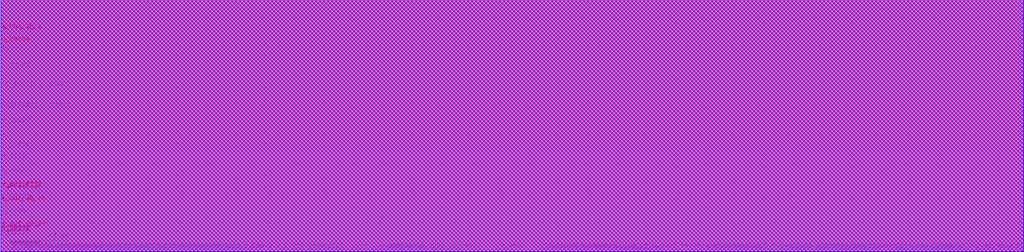
<source format=lef>
VERSION 5.8 ;
BUSBITCHARS "[]" ;
DIVIDERCHAR "/" ;
UNITS
   DATABASE MICRONS 1000 ;
END UNITS

MACRO h5
   CLASS BLOCK ;
   FOREIGN h5 ;
   ORIGIN 0 0 ;
   SIZE 303.2 BY 144 ;
   SYMMETRY X Y R90 ;
   PIN FE_OFN1102_rst
      DIRECTION OUTPUT ;
      PORT 
         LAYER metal2 ;
             RECT 284.19 0 284.29 0.51 ;
      END
   END FE_OFN1102_rst

   PIN FE_OFN267_n_4280
      DIRECTION OUTPUT ;
      PORT 
         LAYER metal4 ;
             RECT 248.54 143.745 248.74 144 ;
      END
   END FE_OFN267_n_4280

   PIN FE_OFN827_n_3772
      DIRECTION OUTPUT ;
      PORT 
         LAYER metal3 ;
             RECT 302.69 139.95 303.2 140.05 ;
      END
   END FE_OFN827_n_3772

   PIN FE_OFN829_n_8424
      DIRECTION OUTPUT ;
      PORT 
         LAYER metal2 ;
             RECT 275.59 143.49 275.69 144 ;
      END
   END FE_OFN829_n_8424

   PIN n_10129
      DIRECTION OUTPUT ;
      PORT 
         LAYER metal3 ;
             RECT 0 120.75 0.51 120.85 ;
      END
   END n_10129

   PIN n_10572
      DIRECTION OUTPUT ;
      PORT 
         LAYER metal3 ;
             RECT 0 135.95 0.51 136.05 ;
      END
   END n_10572

   PIN n_10650
      DIRECTION OUTPUT ;
      PORT 
         LAYER metal2 ;
             RECT 116.39 0 116.49 0.51 ;
      END
   END n_10650

   PIN n_10952
      DIRECTION OUTPUT ;
      PORT 
         LAYER metal2 ;
             RECT 93.59 0 93.69 0.51 ;
      END
   END n_10952

   PIN n_10953
      DIRECTION OUTPUT ;
      PORT 
         LAYER metal2 ;
             RECT 86.59 0 86.69 0.51 ;
      END
   END n_10953

   PIN n_12076
      DIRECTION OUTPUT ;
      PORT 
         LAYER metal2 ;
             RECT 88.39 143.49 88.49 144 ;
      END
   END n_12076

   PIN n_12100
      DIRECTION OUTPUT ;
      PORT 
         LAYER metal2 ;
             RECT 99.19 0 99.29 0.51 ;
      END
   END n_12100

   PIN n_12221
      DIRECTION OUTPUT ;
      PORT 
         LAYER metal2 ;
             RECT 108.99 0 109.09 0.51 ;
      END
   END n_12221

   PIN n_1247
      DIRECTION OUTPUT ;
      PORT 
         LAYER metal2 ;
             RECT 246.99 143.49 247.09 144 ;
      END
   END n_1247

   PIN n_12608
      DIRECTION OUTPUT ;
      PORT 
         LAYER metal3 ;
             RECT 0 85.95 0.51 86.05 ;
      END
   END n_12608

   PIN n_12826
      DIRECTION OUTPUT ;
      PORT 
         LAYER metal2 ;
             RECT 92.39 143.49 92.49 144 ;
      END
   END n_12826

   PIN n_13290
      DIRECTION OUTPUT ;
      PORT 
         LAYER metal2 ;
             RECT 34.39 0 34.49 0.51 ;
      END
   END n_13290

   PIN n_13898
      DIRECTION OUTPUT ;
      PORT 
         LAYER metal3 ;
             RECT 0 85.35 0.51 85.45 ;
      END
   END n_13898

   PIN n_14243
      DIRECTION OUTPUT ;
      PORT 
         LAYER metal2 ;
             RECT 86.39 0 86.49 0.51 ;
      END
   END n_14243

   PIN n_14244
      DIRECTION OUTPUT ;
      PORT 
         LAYER metal2 ;
             RECT 92.59 0 92.69 0.51 ;
      END
   END n_14244

   PIN n_14522
      DIRECTION OUTPUT ;
      PORT 
         LAYER metal2 ;
             RECT 253.99 143.49 254.09 144 ;
      END
   END n_14522

   PIN n_14855
      DIRECTION OUTPUT ;
      PORT 
         LAYER metal2 ;
             RECT 104.59 0 104.69 0.51 ;
      END
   END n_14855

   PIN n_14856
      DIRECTION OUTPUT ;
      PORT 
         LAYER metal2 ;
             RECT 104.39 0 104.49 0.51 ;
      END
   END n_14856

   PIN n_1487
      DIRECTION OUTPUT ;
      PORT 
         LAYER metal3 ;
             RECT 302.69 71.55 303.2 71.65 ;
      END
   END n_1487

   PIN n_15005
      DIRECTION OUTPUT ;
      PORT 
         LAYER metal3 ;
             RECT 302.69 120.15 303.2 120.25 ;
      END
   END n_15005

   PIN n_15031
      DIRECTION OUTPUT ;
      PORT 
         LAYER metal2 ;
             RECT 77.79 0 77.89 0.51 ;
      END
   END n_15031

   PIN n_15092
      DIRECTION OUTPUT ;
      PORT 
         LAYER metal2 ;
             RECT 86.19 0 86.29 0.51 ;
      END
   END n_15092

   PIN n_15377
      DIRECTION OUTPUT ;
      PORT 
         LAYER metal2 ;
             RECT 95.39 0 95.49 0.51 ;
      END
   END n_15377

   PIN n_1591
      DIRECTION OUTPUT ;
      PORT 
         LAYER metal2 ;
             RECT 266.79 143.49 266.89 144 ;
      END
   END n_1591

   PIN n_15967
      DIRECTION OUTPUT ;
      PORT 
         LAYER metal3 ;
             RECT 302.69 112.55 303.2 112.65 ;
      END
   END n_15967

   PIN n_16054
      DIRECTION OUTPUT ;
      PORT 
         LAYER metal2 ;
             RECT 81.39 0 81.49 0.51 ;
      END
   END n_16054

   PIN n_16555
      DIRECTION OUTPUT ;
      PORT 
         LAYER metal3 ;
             RECT 0 71.15 0.51 71.25 ;
      END
   END n_16555

   PIN n_16749
      DIRECTION OUTPUT ;
      PORT 
         LAYER metal3 ;
             RECT 0 71.35 0.51 71.45 ;
      END
   END n_16749

   PIN n_16770
      DIRECTION OUTPUT ;
      PORT 
         LAYER metal2 ;
             RECT 81.59 0 81.69 0.51 ;
      END
   END n_16770

   PIN n_17130
      DIRECTION OUTPUT ;
      PORT 
         LAYER metal2 ;
             RECT 53.79 0 53.89 0.51 ;
      END
   END n_17130

   PIN n_17673
      DIRECTION OUTPUT ;
      PORT 
         LAYER metal2 ;
             RECT 88.19 0 88.29 0.51 ;
      END
   END n_17673

   PIN n_19031
      DIRECTION OUTPUT ;
      PORT 
         LAYER metal3 ;
             RECT 0 76.15 0.51 76.25 ;
      END
   END n_19031

   PIN n_19333
      DIRECTION OUTPUT ;
      PORT 
         LAYER metal4 ;
             RECT 46.39 0 46.49 0.51 ;
      END
   END n_19333

   PIN n_19372
      DIRECTION OUTPUT ;
      PORT 
         LAYER metal3 ;
             RECT 0 71.75 0.51 71.85 ;
      END
   END n_19372

   PIN n_20390
      DIRECTION OUTPUT ;
      PORT 
         LAYER metal3 ;
             RECT 302.69 13.55 303.2 13.65 ;
      END
   END n_20390

   PIN n_2339
      DIRECTION OUTPUT ;
      PORT 
         LAYER metal2 ;
             RECT 48.79 143.49 48.89 144 ;
      END
   END n_2339

   PIN n_23513
      DIRECTION OUTPUT ;
      PORT 
         LAYER metal3 ;
             RECT 302.69 40.35 303.2 40.45 ;
      END
   END n_23513

   PIN n_24465
      DIRECTION OUTPUT ;
      PORT 
         LAYER metal2 ;
             RECT 225.79 0 225.89 0.51 ;
      END
   END n_24465

   PIN n_25465
      DIRECTION OUTPUT ;
      PORT 
         LAYER metal2 ;
             RECT 228.39 143.49 228.49 144 ;
      END
   END n_25465

   PIN n_26031
      DIRECTION OUTPUT ;
      PORT 
         LAYER metal2 ;
             RECT 219.79 143.49 219.89 144 ;
      END
   END n_26031

   PIN n_27335
      DIRECTION OUTPUT ;
      PORT 
         LAYER metal3 ;
             RECT 302.69 8.55 303.2 8.65 ;
      END
   END n_27335

   PIN n_28336
      DIRECTION OUTPUT ;
      PORT 
         LAYER metal3 ;
             RECT 302.69 40.15 303.2 40.25 ;
      END
   END n_28336

   PIN n_28551
      DIRECTION OUTPUT ;
      PORT 
         LAYER metal2 ;
             RECT 151.99 143.49 152.09 144 ;
      END
   END n_28551

   PIN n_28552
      DIRECTION OUTPUT ;
      PORT 
         LAYER metal2 ;
             RECT 151.79 143.49 151.89 144 ;
      END
   END n_28552

   PIN n_28705
      DIRECTION OUTPUT ;
      PORT 
         LAYER metal3 ;
             RECT 302.69 8.35 303.2 8.45 ;
      END
   END n_28705

   PIN n_29060
      DIRECTION OUTPUT ;
      PORT 
         LAYER metal3 ;
             RECT 302.69 13.75 303.2 13.85 ;
      END
   END n_29060

   PIN n_29114
      DIRECTION OUTPUT ;
      PORT 
         LAYER metal2 ;
             RECT 266.39 143.49 266.49 144 ;
      END
   END n_29114

   PIN n_29356
      DIRECTION OUTPUT ;
      PORT 
         LAYER metal3 ;
             RECT 302.69 119.95 303.2 120.05 ;
      END
   END n_29356

   PIN n_29588
      DIRECTION OUTPUT ;
      PORT 
         LAYER metal2 ;
             RECT 229.59 143.49 229.69 144 ;
      END
   END n_29588

   PIN n_29605
      DIRECTION OUTPUT ;
      PORT 
         LAYER metal2 ;
             RECT 239.79 143.49 239.89 144 ;
      END
   END n_29605

   PIN n_2970
      DIRECTION OUTPUT ;
      PORT 
         LAYER metal2 ;
             RECT 68.39 143.49 68.49 144 ;
      END
   END n_2970

   PIN n_3176
      DIRECTION OUTPUT ;
      PORT 
         LAYER metal5 ;
             RECT 302.69 135.95 303.2 136.05 ;
      END
   END n_3176

   PIN n_3798
      DIRECTION OUTPUT ;
      PORT 
         LAYER metal2 ;
             RECT 68.59 143.49 68.69 144 ;
      END
   END n_3798

   PIN n_3802
      DIRECTION OUTPUT ;
      PORT 
         LAYER metal2 ;
             RECT 68.79 143.49 68.89 144 ;
      END
   END n_3802

   PIN n_3839
      DIRECTION OUTPUT ;
      PORT 
         LAYER metal2 ;
             RECT 50.39 143.49 50.49 144 ;
      END
   END n_3839

   PIN n_4058
      DIRECTION OUTPUT ;
      PORT 
         LAYER metal2 ;
             RECT 59.39 143.49 59.49 144 ;
      END
   END n_4058

   PIN n_4072
      DIRECTION OUTPUT ;
      PORT 
         LAYER metal2 ;
             RECT 80.79 143.49 80.89 144 ;
      END
   END n_4072

   PIN n_5262
      DIRECTION OUTPUT ;
      PORT 
         LAYER metal2 ;
             RECT 266.59 143.49 266.69 144 ;
      END
   END n_5262

   PIN n_5327
      DIRECTION OUTPUT ;
      PORT 
         LAYER metal2 ;
             RECT 266.19 143.49 266.29 144 ;
      END
   END n_5327

   PIN n_5340
      DIRECTION OUTPUT ;
      PORT 
         LAYER metal2 ;
             RECT 51.99 143.49 52.09 144 ;
      END
   END n_5340

   PIN n_5341
      DIRECTION OUTPUT ;
      PORT 
         LAYER metal2 ;
             RECT 41.59 143.49 41.69 144 ;
      END
   END n_5341

   PIN n_5519
      DIRECTION OUTPUT ;
      PORT 
         LAYER metal2 ;
             RECT 248.39 143.49 248.49 144 ;
      END
   END n_5519

   PIN n_6244
      DIRECTION OUTPUT ;
      PORT 
         LAYER metal3 ;
             RECT 0 94.75 0.51 94.85 ;
      END
   END n_6244

   PIN n_6256
      DIRECTION OUTPUT ;
      PORT 
         LAYER metal2 ;
             RECT 77.99 143.49 78.09 144 ;
      END
   END n_6256

   PIN n_6595
      DIRECTION OUTPUT ;
      PORT 
         LAYER metal2 ;
             RECT 103.59 0 103.69 0.51 ;
      END
   END n_6595

   PIN n_6979
      DIRECTION OUTPUT ;
      PORT 
         LAYER metal3 ;
             RECT 0 94.35 0.51 94.45 ;
      END
   END n_6979

   PIN n_6987
      DIRECTION OUTPUT ;
      PORT 
         LAYER metal3 ;
             RECT 0 94.55 0.51 94.65 ;
      END
   END n_6987

   PIN n_7017
      DIRECTION OUTPUT ;
      PORT 
         LAYER metal2 ;
             RECT 5.59 143.49 5.69 144 ;
      END
   END n_7017

   PIN n_7224
      DIRECTION OUTPUT ;
      PORT 
         LAYER metal2 ;
             RECT 122.59 143.49 122.69 144 ;
      END
   END n_7224

   PIN n_7237
      DIRECTION OUTPUT ;
      PORT 
         LAYER metal3 ;
             RECT 302.69 94.55 303.2 94.65 ;
      END
   END n_7237

   PIN n_7274
      DIRECTION OUTPUT ;
      PORT 
         LAYER metal2 ;
             RECT 61.39 143.49 61.49 144 ;
      END
   END n_7274

   PIN n_7311
      DIRECTION OUTPUT ;
      PORT 
         LAYER metal2 ;
             RECT 239.59 143.49 239.69 144 ;
      END
   END n_7311

   PIN n_8443
      DIRECTION OUTPUT ;
      PORT 
         LAYER metal2 ;
             RECT 80.19 143.49 80.29 144 ;
      END
   END n_8443

   PIN n_8444
      DIRECTION OUTPUT ;
      PORT 
         LAYER metal2 ;
             RECT 77.59 143.49 77.69 144 ;
      END
   END n_8444

   PIN n_9230
      DIRECTION OUTPUT ;
      PORT 
         LAYER metal3 ;
             RECT 0 107.35 0.51 107.45 ;
      END
   END n_9230

   PIN n_9350
      DIRECTION OUTPUT ;
      PORT 
         LAYER metal3 ;
             RECT 0 120.15 0.51 120.25 ;
      END
   END n_9350

   PIN n_9351
      DIRECTION OUTPUT ;
      PORT 
         LAYER metal3 ;
             RECT 0 120.35 0.51 120.45 ;
      END
   END n_9351

   PIN n_9728
      DIRECTION OUTPUT ;
      PORT 
         LAYER metal3 ;
             RECT 0 85.55 0.51 85.65 ;
      END
   END n_9728

   PIN n_9943
      DIRECTION OUTPUT ;
      PORT 
         LAYER metal2 ;
             RECT 116.19 143.49 116.29 144 ;
      END
   END n_9943

   PIN x_out_21_1
      DIRECTION OUTPUT ;
      PORT 
         LAYER metal3 ;
             RECT 302.69 76.35 303.2 76.45 ;
      END
   END x_out_21_1

   PIN x_out_21_22
      DIRECTION OUTPUT ;
      PORT 
         LAYER metal3 ;
             RECT 302.69 112.35 303.2 112.45 ;
      END
   END x_out_21_22

   PIN x_out_21_23
      DIRECTION OUTPUT ;
      PORT 
         LAYER metal5 ;
             RECT 302.69 67.35 303.2 67.45 ;
      END
   END x_out_21_23

   PIN x_out_21_24
      DIRECTION OUTPUT ;
      PORT 
         LAYER metal5 ;
             RECT 302.69 121.55 303.2 121.65 ;
      END
   END x_out_21_24

   PIN x_out_21_25
      DIRECTION OUTPUT ;
      PORT 
         LAYER metal5 ;
             RECT 302.69 93.95 303.2 94.05 ;
      END
   END x_out_21_25

   PIN x_out_21_26
      DIRECTION OUTPUT ;
      PORT 
         LAYER metal3 ;
             RECT 302.69 62.15 303.2 62.25 ;
      END
   END x_out_21_26

   PIN x_out_25_29
      DIRECTION OUTPUT ;
      PORT 
         LAYER metal3 ;
             RECT 302.69 40.55 303.2 40.65 ;
      END
   END x_out_25_29

   PIN x_out_25_30
      DIRECTION OUTPUT ;
      PORT 
         LAYER metal3 ;
             RECT 302.69 22.35 303.2 22.45 ;
      END
   END x_out_25_30

   PIN x_out_53_22
      DIRECTION OUTPUT ;
      PORT 
         LAYER metal5 ;
             RECT 302.69 84.95 303.2 85.05 ;
      END
   END x_out_53_22

   PIN x_out_53_24
      DIRECTION OUTPUT ;
      PORT 
         LAYER metal5 ;
             RECT 302.69 112.35 303.2 112.45 ;
      END
   END x_out_53_24

   PIN x_out_53_25
      DIRECTION OUTPUT ;
      PORT 
         LAYER metal3 ;
             RECT 302.69 94.35 303.2 94.45 ;
      END
   END x_out_53_25

   PIN x_out_53_28
      DIRECTION OUTPUT ;
      PORT 
         LAYER metal5 ;
             RECT 302.69 112.15 303.2 112.25 ;
      END
   END x_out_53_28

   PIN x_out_55_14
      DIRECTION OUTPUT ;
      PORT 
         LAYER metal3 ;
             RECT 302.69 121.35 303.2 121.45 ;
      END
   END x_out_55_14

   PIN x_out_57_29
      DIRECTION OUTPUT ;
      PORT 
         LAYER metal5 ;
             RECT 302.69 93.55 303.2 93.65 ;
      END
   END x_out_57_29

   PIN x_out_57_30
      DIRECTION OUTPUT ;
      PORT 
         LAYER metal5 ;
             RECT 302.69 84.75 303.2 84.85 ;
      END
   END x_out_57_30

   PIN x_out_5_13
      DIRECTION OUTPUT ;
      PORT 
         LAYER metal3 ;
             RECT 302.69 104.15 303.2 104.25 ;
      END
   END x_out_5_13

   PIN FE_OFN1171_n_4860
      DIRECTION INPUT ;
      PORT 
         LAYER metal2 ;
             RECT 291.99 0 292.09 0.51 ;
      END
   END FE_OFN1171_n_4860

   PIN FE_OFN1264_n_29354
      DIRECTION INPUT ;
      PORT 
         LAYER metal2 ;
             RECT 284.59 143.49 284.69 144 ;
      END
   END FE_OFN1264_n_29354

   PIN FE_OFN184_n_29402
      DIRECTION INPUT ;
      PORT 
         LAYER metal3 ;
             RECT 302.69 103.95 303.2 104.05 ;
      END
   END FE_OFN184_n_29402

   PIN FE_OFN248_n_4162
      DIRECTION INPUT ;
      PORT 
         LAYER metal5 ;
             RECT 302.945 84.3 303.2 84.5 ;
      END
   END FE_OFN248_n_4162

   PIN FE_OFN261_n_4280
      DIRECTION INPUT ;
      PORT 
         LAYER metal2 ;
             RECT 96.39 143.49 96.49 144 ;
      END
   END FE_OFN261_n_4280

   PIN FE_OFN300_n_3069
      DIRECTION INPUT ;
      PORT 
         LAYER metal4 ;
             RECT 254.54 143.745 254.74 144 ;
      END
   END FE_OFN300_n_3069

   PIN FE_OFN303_n_3069
      DIRECTION INPUT ;
      PORT 
         LAYER metal4 ;
             RECT 243.14 0 243.34 0.255 ;
      END
   END FE_OFN303_n_3069

   PIN FE_OFN308_n_3069
      DIRECTION INPUT ;
      PORT 
         LAYER metal2 ;
             RECT 267.19 143.49 267.29 144 ;
      END
   END FE_OFN308_n_3069

   PIN FE_OFN326_n_4860
      DIRECTION INPUT ;
      PORT 
         LAYER metal4 ;
             RECT 239.54 143.745 239.74 144 ;
      END
   END FE_OFN326_n_4860

   PIN FE_OFN347_n_4860
      DIRECTION INPUT ;
      PORT 
         LAYER metal3 ;
             RECT 302.945 70.3 303.2 70.5 ;
      END
   END FE_OFN347_n_4860

   PIN FE_OFN35_n_15183
      DIRECTION INPUT ;
      PORT 
         LAYER metal2 ;
             RECT 192.79 143.49 192.89 144 ;
      END
   END FE_OFN35_n_15183

   PIN FE_OFN400_n_28303
      DIRECTION INPUT ;
      PORT 
         LAYER metal4 ;
             RECT 265.74 0 265.94 0.255 ;
      END
   END FE_OFN400_n_28303

   PIN FE_OFN56_n_27012
      DIRECTION INPUT ;
      PORT 
         LAYER metal3 ;
             RECT 0 104.1 0.255 104.3 ;
      END
   END FE_OFN56_n_27012

   PIN FE_OFN89_n_27449
      DIRECTION INPUT ;
      PORT 
         LAYER metal4 ;
             RECT 263.94 143.745 264.14 144 ;
      END
   END FE_OFN89_n_27449

   PIN FE_OFN90_n_27449
      DIRECTION INPUT ;
      PORT 
         LAYER metal3 ;
             RECT 302.945 104.9 303.2 105.1 ;
      END
   END FE_OFN90_n_27449

   PIN FE_OFN91_n_27449
      DIRECTION INPUT ;
      PORT 
         LAYER metal2 ;
             RECT 264.79 143.49 264.89 144 ;
      END
   END FE_OFN91_n_27449

   PIN FE_OFN92_n_27449
      DIRECTION INPUT ;
      PORT 
         LAYER metal4 ;
             RECT 284.74 143.745 284.94 144 ;
      END
   END FE_OFN92_n_27449

   PIN ispd_clk
      DIRECTION INPUT ;
      PORT 
         LAYER metal3 ;
             RECT 302.945 120.5 303.2 120.7 ;
      END
   END ispd_clk

   PIN n_10128
      DIRECTION INPUT ;
      PORT 
         LAYER metal3 ;
             RECT 0 120.55 0.51 120.65 ;
      END
   END n_10128

   PIN n_14910
      DIRECTION INPUT ;
      PORT 
         LAYER metal3 ;
             RECT 0 85.75 0.51 85.85 ;
      END
   END n_14910

   PIN n_15268
      DIRECTION INPUT ;
      PORT 
         LAYER metal3 ;
             RECT 302.69 70.95 303.2 71.05 ;
      END
   END n_15268

   PIN n_15269
      DIRECTION INPUT ;
      PORT 
         LAYER metal3 ;
             RECT 302.69 76.15 303.2 76.25 ;
      END
   END n_15269

   PIN n_15378
      DIRECTION INPUT ;
      PORT 
         LAYER metal2 ;
             RECT 72.99 0 73.09 0.51 ;
      END
   END n_15378

   PIN n_15877
      DIRECTION INPUT ;
      PORT 
         LAYER metal2 ;
             RECT 77.59 0 77.69 0.51 ;
      END
   END n_15877

   PIN n_15878
      DIRECTION INPUT ;
      PORT 
         LAYER metal2 ;
             RECT 69.39 0 69.49 0.51 ;
      END
   END n_15878

   PIN n_15922
      DIRECTION INPUT ;
      PORT 
         LAYER metal3 ;
             RECT 302.69 55.95 303.2 56.05 ;
      END
   END n_15922

   PIN n_17184
      DIRECTION INPUT ;
      PORT 
         LAYER metal3 ;
             RECT 302.69 71.35 303.2 71.45 ;
      END
   END n_17184

   PIN n_17474
      DIRECTION INPUT ;
      PORT 
         LAYER metal2 ;
             RECT 55.59 0 55.69 0.51 ;
      END
   END n_17474

   PIN n_17671
      DIRECTION INPUT ;
      PORT 
         LAYER metal2 ;
             RECT 85.79 0 85.89 0.51 ;
      END
   END n_17671

   PIN n_17672
      DIRECTION INPUT ;
      PORT 
         LAYER metal2 ;
             RECT 88.39 0 88.49 0.51 ;
      END
   END n_17672

   PIN n_19032
      DIRECTION INPUT ;
      PORT 
         LAYER metal3 ;
             RECT 0 75.95 0.51 76.05 ;
      END
   END n_19032

   PIN n_21830
      DIRECTION INPUT ;
      PORT 
         LAYER metal2 ;
             RECT 288.79 0 288.89 0.51 ;
      END
   END n_21830

   PIN n_22019
      DIRECTION INPUT ;
      PORT 
         LAYER metal4 ;
             RECT 291.34 143.745 291.54 144 ;
      END
   END n_22019

   PIN n_22492
      DIRECTION INPUT ;
      PORT 
         LAYER metal4 ;
             RECT 288.59 0 288.69 0.51 ;
      END
   END n_22492

   PIN n_23182
      DIRECTION INPUT ;
      PORT 
         LAYER metal3 ;
             RECT 0 40.15 0.51 40.25 ;
      END
   END n_23182

   PIN n_2343
      DIRECTION INPUT ;
      PORT 
         LAYER metal3 ;
             RECT 302.69 66.75 303.2 66.85 ;
      END
   END n_2343

   PIN n_237
      DIRECTION INPUT ;
      PORT 
         LAYER metal3 ;
             RECT 302.69 56.15 303.2 56.25 ;
      END
   END n_237

   PIN n_23813
      DIRECTION INPUT ;
      PORT 
         LAYER metal4 ;
             RECT 29.14 143.745 29.34 144 ;
      END
   END n_23813

   PIN n_24424
      DIRECTION INPUT ;
      PORT 
         LAYER metal2 ;
             RECT 41.79 143.49 41.89 144 ;
      END
   END n_24424

   PIN n_24865
      DIRECTION INPUT ;
      PORT 
         LAYER metal2 ;
             RECT 68.99 143.49 69.09 144 ;
      END
   END n_24865

   PIN n_26084
      DIRECTION INPUT ;
      PORT 
         LAYER metal2 ;
             RECT 59.59 143.49 59.69 144 ;
      END
   END n_26084

   PIN n_26271
      DIRECTION INPUT ;
      PORT 
         LAYER metal3 ;
             RECT 0 112.55 0.51 112.65 ;
      END
   END n_26271

   PIN n_26570
      DIRECTION INPUT ;
      PORT 
         LAYER metal3 ;
             RECT 0 119.95 0.51 120.05 ;
      END
   END n_26570

   PIN n_27334
      DIRECTION INPUT ;
      PORT 
         LAYER metal3 ;
             RECT 302.69 8.15 303.2 8.25 ;
      END
   END n_27334

   PIN n_27449
      DIRECTION INPUT ;
      PORT 
         LAYER metal4 ;
             RECT 122.54 143.745 122.74 144 ;
      END
   END n_27449

   PIN n_28550
      DIRECTION INPUT ;
      PORT 
         LAYER metal2 ;
             RECT 148.79 143.49 148.89 144 ;
      END
   END n_28550

   PIN n_28597
      DIRECTION INPUT ;
      PORT 
         LAYER metal2 ;
             RECT 281.59 143.49 281.69 144 ;
      END
   END n_28597

   PIN n_29046
      DIRECTION INPUT ;
      PORT 
         LAYER metal4 ;
             RECT 128.14 143.745 128.34 144 ;
      END
   END n_29046

   PIN n_29068
      DIRECTION INPUT ;
      PORT 
         LAYER metal4 ;
             RECT 99.39 143.49 99.49 144 ;
      END
   END n_29068

   PIN n_29126
      DIRECTION INPUT ;
      PORT 
         LAYER metal4 ;
             RECT 79.19 143.49 79.29 144 ;
      END
   END n_29126

   PIN n_29261
      DIRECTION INPUT ;
      PORT 
         LAYER metal3 ;
             RECT 302.945 104.5 303.2 104.7 ;
      END
   END n_29261

   PIN n_29664
      DIRECTION INPUT ;
      PORT 
         LAYER metal4 ;
             RECT 41.34 143.745 41.54 144 ;
      END
   END n_29664

   PIN n_29683
      DIRECTION INPUT ;
      PORT 
         LAYER metal3 ;
             RECT 302.945 139.5 303.2 139.7 ;
      END
   END n_29683

   PIN n_5003
      DIRECTION INPUT ;
      PORT 
         LAYER metal4 ;
             RECT 239.19 143.49 239.29 144 ;
      END
   END n_5003

   PIN n_5445
      DIRECTION INPUT ;
      PORT 
         LAYER metal2 ;
             RECT 79.19 143.49 79.29 144 ;
      END
   END n_5445

   PIN n_546
      DIRECTION INPUT ;
      PORT 
         LAYER metal2 ;
             RECT 128.39 143.49 128.49 144 ;
      END
   END n_546

   PIN n_7214
      DIRECTION INPUT ;
      PORT 
         LAYER metal3 ;
             RECT 302.69 61.95 303.2 62.05 ;
      END
   END n_7214

   PIN n_8671
      DIRECTION INPUT ;
      PORT 
         LAYER metal2 ;
             RECT 52.19 143.49 52.29 144 ;
      END
   END n_8671

   PIN rst
      DIRECTION INPUT ;
      PORT 
         LAYER metal4 ;
             RECT 284.34 143.745 284.54 144 ;
      END
   END rst

   PIN x_in_39_13
      DIRECTION INPUT ;
      PORT 
         LAYER metal3 ;
             RECT 302.69 70.75 303.2 70.85 ;
      END
   END x_in_39_13

   PIN x_in_39_14
      DIRECTION INPUT ;
      PORT 
         LAYER metal3 ;
             RECT 302.69 67.75 303.2 67.85 ;
      END
   END x_in_39_14

   PIN x_in_39_15
      DIRECTION INPUT ;
      PORT 
         LAYER metal3 ;
             RECT 302.69 71.15 303.2 71.25 ;
      END
   END x_in_39_15

   PIN x_in_42_1
      DIRECTION INPUT ;
      PORT 
         LAYER metal2 ;
             RECT 73.39 0 73.49 0.51 ;
      END
   END x_in_42_1

   PIN x_in_42_10
      DIRECTION INPUT ;
      PORT 
         LAYER metal3 ;
             RECT 302.69 33.95 303.2 34.05 ;
      END
   END x_in_42_10

   PIN x_in_42_11
      DIRECTION INPUT ;
      PORT 
         LAYER metal2 ;
             RECT 239.59 0 239.69 0.51 ;
      END
   END x_in_42_11

   PIN x_in_42_12
      DIRECTION INPUT ;
      PORT 
         LAYER metal3 ;
             RECT 302.69 75.95 303.2 76.05 ;
      END
   END x_in_42_12

   PIN x_in_42_13
      DIRECTION INPUT ;
      PORT 
         LAYER metal3 ;
             RECT 302.69 95.55 303.2 95.65 ;
      END
   END x_in_42_13

   PIN x_in_42_14
      DIRECTION INPUT ;
      PORT 
         LAYER metal5 ;
             RECT 302.69 95.35 303.2 95.45 ;
      END
   END x_in_42_14

   PIN x_in_42_15
      DIRECTION INPUT ;
      PORT 
         LAYER metal5 ;
             RECT 302.69 104.95 303.2 105.05 ;
      END
   END x_in_42_15

   PIN x_in_43_0
      DIRECTION INPUT ;
      PORT 
         LAYER metal3 ;
             RECT 302.69 24.15 303.2 24.25 ;
      END
   END x_in_43_0

   PIN x_in_43_1
      DIRECTION INPUT ;
      PORT 
         LAYER metal5 ;
             RECT 302.69 49.55 303.2 49.65 ;
      END
   END x_in_43_1

   PIN x_in_43_10
      DIRECTION INPUT ;
      PORT 
         LAYER metal5 ;
             RECT 302.69 95.15 303.2 95.25 ;
      END
   END x_in_43_10

   PIN x_in_43_11
      DIRECTION INPUT ;
      PORT 
         LAYER metal4 ;
             RECT 71.54 143.745 71.74 144 ;
      END
   END x_in_43_11

   PIN x_in_43_12
      DIRECTION INPUT ;
      PORT 
         LAYER metal5 ;
             RECT 302.69 85.55 303.2 85.65 ;
      END
   END x_in_43_12

   PIN x_in_43_13
      DIRECTION INPUT ;
      PORT 
         LAYER metal4 ;
             RECT 159.19 143.49 159.29 144 ;
      END
   END x_in_43_13

   PIN x_in_43_14
      DIRECTION INPUT ;
      PORT 
         LAYER metal4 ;
             RECT 173.99 143.49 174.09 144 ;
      END
   END x_in_43_14

   PIN x_in_43_15
      DIRECTION INPUT ;
      PORT 
         LAYER metal3 ;
             RECT 302.69 112.95 303.2 113.05 ;
      END
   END x_in_43_15

   PIN x_in_43_2
      DIRECTION INPUT ;
      PORT 
         LAYER metal5 ;
             RECT 302.69 22.95 303.2 23.05 ;
      END
   END x_in_43_2

   PIN x_in_43_3
      DIRECTION INPUT ;
      PORT 
         LAYER metal5 ;
             RECT 302.69 34.35 303.2 34.45 ;
      END
   END x_in_43_3

   PIN x_in_43_4
      DIRECTION INPUT ;
      PORT 
         LAYER metal4 ;
             RECT 170.34 143.745 170.54 144 ;
      END
   END x_in_43_4

   PIN x_in_43_5
      DIRECTION INPUT ;
      PORT 
         LAYER metal5 ;
             RECT 302.945 77.5 303.2 77.7 ;
      END
   END x_in_43_5

   PIN x_in_43_6
      DIRECTION INPUT ;
      PORT 
         LAYER metal5 ;
             RECT 302.69 62.35 303.2 62.45 ;
      END
   END x_in_43_6

   PIN x_in_43_7
      DIRECTION INPUT ;
      PORT 
         LAYER metal5 ;
             RECT 302.69 77.15 303.2 77.25 ;
      END
   END x_in_43_7

   PIN x_in_43_8
      DIRECTION INPUT ;
      PORT 
         LAYER metal5 ;
             RECT 302.945 69.1 303.2 69.3 ;
      END
   END x_in_43_8

   PIN x_in_43_9
      DIRECTION INPUT ;
      PORT 
         LAYER metal3 ;
             RECT 302.945 85.7 303.2 85.9 ;
      END
   END x_in_43_9

   PIN x_out_21_15
      DIRECTION INPUT ;
      PORT 
         LAYER metal2 ;
             RECT 257.59 143.49 257.69 144 ;
      END
   END x_out_21_15

   PIN x_out_21_20
      DIRECTION INPUT ;
      PORT 
         LAYER metal2 ;
             RECT 272.39 143.49 272.49 144 ;
      END
   END x_out_21_20

   PIN x_out_21_21
      DIRECTION INPUT ;
      PORT 
         LAYER metal2 ;
             RECT 247.19 143.49 247.29 144 ;
      END
   END x_out_21_21

   PIN x_out_25_15
      DIRECTION INPUT ;
      PORT 
         LAYER metal3 ;
             RECT 302.69 71.75 303.2 71.85 ;
      END
   END x_out_25_15

   PIN x_out_53_26
      DIRECTION INPUT ;
      PORT 
         LAYER metal2 ;
             RECT 257.79 143.49 257.89 144 ;
      END
   END x_out_53_26

   PIN x_out_57_31
      DIRECTION INPUT ;
      PORT 
         LAYER metal3 ;
             RECT 0 71.55 0.51 71.65 ;
      END
   END x_out_57_31

   OBS
      LAYER via4 ;
         RECT 0 0 303.2 144 ;
      LAYER via3 ;
         RECT 0 0 303.2 144 ;
      LAYER via2 ;
         RECT 0 0 303.2 144 ;
      LAYER via1 ;
         RECT 0 0 303.2 144 ;
      LAYER metal5 ;
         RECT 0 0 303.2 144 ;
      LAYER metal4 ;
         RECT 0 0 303.2 144 ;
      LAYER metal3 ;
         RECT 0 0 303.2 144 ;
      LAYER metal2 ;
         RECT 0 0 303.2 144 ;
      LAYER metal1 ;
         RECT 0 0 303.2 144 ;
   END
END h5

MACRO h4
   CLASS BLOCK ;
   FOREIGN h4 ;
   ORIGIN 0 0 ;
   SIZE 311 BY 212 ;
   SYMMETRY X Y R90 ;
   PIN FE_OFN276_n_16893
      DIRECTION OUTPUT ;
      PORT 
         LAYER metal2 ;
             RECT 3.05 211.49 3.15 212 ;
      END
   END FE_OFN276_n_16893

   PIN FE_OFN282_n_7349
      DIRECTION OUTPUT ;
      PORT 
         LAYER metal5 ;
             RECT 0 145.95 0.51 146.05 ;
      END
   END FE_OFN282_n_7349

   PIN FE_OFN339_n_4860
      DIRECTION OUTPUT ;
      PORT 
         LAYER metal5 ;
             RECT 0 189.55 0.51 189.65 ;
      END
   END FE_OFN339_n_4860

   PIN FE_OFN352_n_4860
      DIRECTION OUTPUT ;
      PORT 
         LAYER metal5 ;
             RECT 0 152.3 0.255 152.5 ;
      END
   END FE_OFN352_n_4860

   PIN n_10750
      DIRECTION OUTPUT ;
      PORT 
         LAYER metal3 ;
             RECT 0 85.55 0.51 85.65 ;
      END
   END n_10750

   PIN n_12144
      DIRECTION OUTPUT ;
      PORT 
         LAYER metal2 ;
             RECT 173.65 211.49 173.75 212 ;
      END
   END n_12144

   PIN n_1289
      DIRECTION OUTPUT ;
      PORT 
         LAYER metal2 ;
             RECT 139.65 211.49 139.75 212 ;
      END
   END n_1289

   PIN n_13764
      DIRECTION OUTPUT ;
      PORT 
         LAYER metal5 ;
             RECT 0 202.95 0.51 203.05 ;
      END
   END n_13764

   PIN n_14521
      DIRECTION OUTPUT ;
      PORT 
         LAYER metal2 ;
             RECT 197.45 211.49 197.55 212 ;
      END
   END n_14521

   PIN n_14885
      DIRECTION OUTPUT ;
      PORT 
         LAYER metal5 ;
             RECT 0 185.15 0.51 185.25 ;
      END
   END n_14885

   PIN n_15325
      DIRECTION OUTPUT ;
      PORT 
         LAYER metal3 ;
             RECT 0 124.55 0.51 124.65 ;
      END
   END n_15325

   PIN n_15907
      DIRECTION OUTPUT ;
      PORT 
         LAYER metal3 ;
             RECT 0 184.95 0.51 185.05 ;
      END
   END n_15907

   PIN n_16753
      DIRECTION OUTPUT ;
      PORT 
         LAYER metal3 ;
             RECT 0 139.35 0.51 139.45 ;
      END
   END n_16753

   PIN n_16798
      DIRECTION OUTPUT ;
      PORT 
         LAYER metal3 ;
             RECT 0 157.95 0.51 158.05 ;
      END
   END n_16798

   PIN n_17335
      DIRECTION OUTPUT ;
      PORT 
         LAYER metal3 ;
             RECT 0 194.15 0.51 194.25 ;
      END
   END n_17335

   PIN n_17762
      DIRECTION OUTPUT ;
      PORT 
         LAYER metal3 ;
             RECT 0 203.55 0.51 203.65 ;
      END
   END n_17762

   PIN n_17906
      DIRECTION OUTPUT ;
      PORT 
         LAYER metal3 ;
             RECT 0 189.75 0.51 189.85 ;
      END
   END n_17906

   PIN n_17993
      DIRECTION OUTPUT ;
      PORT 
         LAYER metal3 ;
             RECT 0 194.95 0.51 195.05 ;
      END
   END n_17993

   PIN n_18103
      DIRECTION OUTPUT ;
      PORT 
         LAYER metal3 ;
             RECT 0 116.35 0.51 116.45 ;
      END
   END n_18103

   PIN n_18127
      DIRECTION OUTPUT ;
      PORT 
         LAYER metal3 ;
             RECT 0 131.55 0.51 131.65 ;
      END
   END n_18127

   PIN n_18128
      DIRECTION OUTPUT ;
      PORT 
         LAYER metal3 ;
             RECT 0 131.35 0.51 131.45 ;
      END
   END n_18128

   PIN n_18481
      DIRECTION OUTPUT ;
      PORT 
         LAYER metal3 ;
             RECT 0 203.15 0.51 203.25 ;
      END
   END n_18481

   PIN n_18575
      DIRECTION OUTPUT ;
      PORT 
         LAYER metal3 ;
             RECT 0 116.55 0.51 116.65 ;
      END
   END n_18575

   PIN n_1865
      DIRECTION OUTPUT ;
      PORT 
         LAYER metal2 ;
             RECT 123.25 211.49 123.35 212 ;
      END
   END n_1865

   PIN n_18833
      DIRECTION OUTPUT ;
      PORT 
         LAYER metal3 ;
             RECT 0 131.75 0.51 131.85 ;
      END
   END n_18833

   PIN n_18835
      DIRECTION OUTPUT ;
      PORT 
         LAYER metal3 ;
             RECT 0 131.15 0.51 131.25 ;
      END
   END n_18835

   PIN n_19121
      DIRECTION OUTPUT ;
      PORT 
         LAYER metal3 ;
             RECT 0 189.55 0.51 189.65 ;
      END
   END n_19121

   PIN n_19140
      DIRECTION OUTPUT ;
      PORT 
         LAYER metal3 ;
             RECT 0 202.95 0.51 203.05 ;
      END
   END n_19140

   PIN n_19235
      DIRECTION OUTPUT ;
      PORT 
         LAYER metal5 ;
             RECT 0 194.75 0.51 194.85 ;
      END
   END n_19235

   PIN n_19322
      DIRECTION OUTPUT ;
      PORT 
         LAYER metal3 ;
             RECT 0 87.15 0.51 87.25 ;
      END
   END n_19322

   PIN n_19382
      DIRECTION OUTPUT ;
      PORT 
         LAYER metal3 ;
             RECT 0 58.35 0.51 58.45 ;
      END
   END n_19382

   PIN n_19891
      DIRECTION OUTPUT ;
      PORT 
         LAYER metal3 ;
             RECT 0 139.55 0.51 139.65 ;
      END
   END n_19891

   PIN n_19966
      DIRECTION OUTPUT ;
      PORT 
         LAYER metal3 ;
             RECT 0 203.35 0.51 203.45 ;
      END
   END n_19966

   PIN n_20233
      DIRECTION OUTPUT ;
      PORT 
         LAYER metal3 ;
             RECT 0 139.95 0.51 140.05 ;
      END
   END n_20233

   PIN n_20283
      DIRECTION OUTPUT ;
      PORT 
         LAYER metal3 ;
             RECT 0 185.15 0.51 185.25 ;
      END
   END n_20283

   PIN n_20288
      DIRECTION OUTPUT ;
      PORT 
         LAYER metal3 ;
             RECT 0 161.75 0.51 161.85 ;
      END
   END n_20288

   PIN n_20344
      DIRECTION OUTPUT ;
      PORT 
         LAYER metal3 ;
             RECT 0 95.95 0.51 96.05 ;
      END
   END n_20344

   PIN n_20690
      DIRECTION OUTPUT ;
      PORT 
         LAYER metal5 ;
             RECT 0 203.15 0.51 203.25 ;
      END
   END n_20690

   PIN n_20766
      DIRECTION OUTPUT ;
      PORT 
         LAYER metal3 ;
             RECT 0 175.35 0.51 175.45 ;
      END
   END n_20766

   PIN n_21207
      DIRECTION OUTPUT ;
      PORT 
         LAYER metal3 ;
             RECT 0 202.75 0.51 202.85 ;
      END
   END n_21207

   PIN n_21332
      DIRECTION OUTPUT ;
      PORT 
         LAYER metal3 ;
             RECT 0 85.75 0.51 85.85 ;
      END
   END n_21332

   PIN n_21382
      DIRECTION OUTPUT ;
      PORT 
         LAYER metal2 ;
             RECT 45.45 211.49 45.55 212 ;
      END
   END n_21382

   PIN n_21383
      DIRECTION OUTPUT ;
      PORT 
         LAYER metal2 ;
             RECT 49.45 211.49 49.55 212 ;
      END
   END n_21383

   PIN n_21442
      DIRECTION OUTPUT ;
      PORT 
         LAYER metal3 ;
             RECT 0 175.95 0.51 176.05 ;
      END
   END n_21442

   PIN n_21523
      DIRECTION OUTPUT ;
      PORT 
         LAYER metal3 ;
             RECT 0 116.95 0.51 117.05 ;
      END
   END n_21523

   PIN n_22114
      DIRECTION OUTPUT ;
      PORT 
         LAYER metal3 ;
             RECT 0 167.35 0.51 167.45 ;
      END
   END n_22114

   PIN n_22537
      DIRECTION OUTPUT ;
      PORT 
         LAYER metal3 ;
             RECT 0 116.15 0.51 116.25 ;
      END
   END n_22537

   PIN n_22682
      DIRECTION OUTPUT ;
      PORT 
         LAYER metal3 ;
             RECT 0 195.15 0.51 195.25 ;
      END
   END n_22682

   PIN n_22691
      DIRECTION OUTPUT ;
      PORT 
         LAYER metal3 ;
             RECT 0 189.35 0.51 189.45 ;
      END
   END n_22691

   PIN n_22799
      DIRECTION OUTPUT ;
      PORT 
         LAYER metal3 ;
             RECT 0 167.55 0.51 167.65 ;
      END
   END n_22799

   PIN n_23517
      DIRECTION OUTPUT ;
      PORT 
         LAYER metal3 ;
             RECT 0 167.75 0.51 167.85 ;
      END
   END n_23517

   PIN n_23682
      DIRECTION OUTPUT ;
      PORT 
         LAYER metal3 ;
             RECT 0 203.75 0.51 203.85 ;
      END
   END n_23682

   PIN n_23683
      DIRECTION OUTPUT ;
      PORT 
         LAYER metal3 ;
             RECT 0 194.55 0.51 194.65 ;
      END
   END n_23683

   PIN n_23747
      DIRECTION OUTPUT ;
      PORT 
         LAYER metal2 ;
             RECT 256.65 211.49 256.75 212 ;
      END
   END n_23747

   PIN n_23770
      DIRECTION OUTPUT ;
      PORT 
         LAYER metal3 ;
             RECT 0 161.55 0.51 161.65 ;
      END
   END n_23770

   PIN n_23771
      DIRECTION OUTPUT ;
      PORT 
         LAYER metal3 ;
             RECT 0 161.35 0.51 161.45 ;
      END
   END n_23771

   PIN n_24387
      DIRECTION OUTPUT ;
      PORT 
         LAYER metal3 ;
             RECT 0 160.55 0.51 160.65 ;
      END
   END n_24387

   PIN n_24576
      DIRECTION OUTPUT ;
      PORT 
         LAYER metal3 ;
             RECT 0 168.15 0.51 168.25 ;
      END
   END n_24576

   PIN n_25009
      DIRECTION OUTPUT ;
      PORT 
         LAYER metal3 ;
             RECT 0 175.15 0.51 175.25 ;
      END
   END n_25009

   PIN n_25062
      DIRECTION OUTPUT ;
      PORT 
         LAYER metal3 ;
             RECT 0 146.55 0.51 146.65 ;
      END
   END n_25062

   PIN n_25138
      DIRECTION OUTPUT ;
      PORT 
         LAYER metal3 ;
             RECT 0 101.55 0.51 101.65 ;
      END
   END n_25138

   PIN n_2520
      DIRECTION OUTPUT ;
      PORT 
         LAYER metal3 ;
             RECT 0 144.55 0.51 144.65 ;
      END
   END n_2520

   PIN n_2536
      DIRECTION OUTPUT ;
      PORT 
         LAYER metal2 ;
             RECT 181.85 211.49 181.95 212 ;
      END
   END n_2536

   PIN n_25410
      DIRECTION OUTPUT ;
      PORT 
         LAYER metal3 ;
             RECT 0 160.35 0.51 160.45 ;
      END
   END n_25410

   PIN n_25427
      DIRECTION OUTPUT ;
      PORT 
         LAYER metal2 ;
             RECT 94.25 211.49 94.35 212 ;
      END
   END n_25427

   PIN n_26633
      DIRECTION OUTPUT ;
      PORT 
         LAYER metal5 ;
             RECT 0 113.35 0.51 113.45 ;
      END
   END n_26633

   PIN n_27097
      DIRECTION OUTPUT ;
      PORT 
         LAYER metal2 ;
             RECT 114.05 211.49 114.15 212 ;
      END
   END n_27097

   PIN n_27589
      DIRECTION OUTPUT ;
      PORT 
         LAYER metal4 ;
             RECT 114.05 211.49 114.15 212 ;
      END
   END n_27589

   PIN n_27724
      DIRECTION OUTPUT ;
      PORT 
         LAYER metal3 ;
             RECT 0 116.75 0.51 116.85 ;
      END
   END n_27724

   PIN n_27869
      DIRECTION OUTPUT ;
      PORT 
         LAYER metal2 ;
             RECT 290.65 211.49 290.75 212 ;
      END
   END n_27869

   PIN n_28230
      DIRECTION OUTPUT ;
      PORT 
         LAYER metal3 ;
             RECT 0 157.75 0.51 157.85 ;
      END
   END n_28230

   PIN n_28326
      DIRECTION OUTPUT ;
      PORT 
         LAYER metal2 ;
             RECT 151.85 211.49 151.95 212 ;
      END
   END n_28326

   PIN n_28704
      DIRECTION OUTPUT ;
      PORT 
         LAYER metal3 ;
             RECT 310.49 160.35 311 160.45 ;
      END
   END n_28704

   PIN n_28807
      DIRECTION OUTPUT ;
      PORT 
         LAYER metal2 ;
             RECT 97.85 211.49 97.95 212 ;
      END
   END n_28807

   PIN n_28821
      DIRECTION OUTPUT ;
      PORT 
         LAYER metal3 ;
             RECT 0 146.35 0.51 146.45 ;
      END
   END n_28821

   PIN n_29052
      DIRECTION OUTPUT ;
      PORT 
         LAYER metal3 ;
             RECT 0 32.55 0.51 32.65 ;
      END
   END n_29052

   PIN n_29059
      DIRECTION OUTPUT ;
      PORT 
         LAYER metal5 ;
             RECT 0 68.35 0.51 68.45 ;
      END
   END n_29059

   PIN n_29152
      DIRECTION OUTPUT ;
      PORT 
         LAYER metal3 ;
             RECT 0 42.55 0.51 42.65 ;
      END
   END n_29152

   PIN n_29153
      DIRECTION OUTPUT ;
      PORT 
         LAYER metal3 ;
             RECT 0 42.35 0.51 42.45 ;
      END
   END n_29153

   PIN n_29372
      DIRECTION OUTPUT ;
      PORT 
         LAYER metal3 ;
             RECT 0 32.75 0.51 32.85 ;
      END
   END n_29372

   PIN n_2947
      DIRECTION OUTPUT ;
      PORT 
         LAYER metal3 ;
             RECT 0 72.35 0.51 72.45 ;
      END
   END n_2947

   PIN n_2951
      DIRECTION OUTPUT ;
      PORT 
         LAYER metal3 ;
             RECT 0 140.95 0.51 141.05 ;
      END
   END n_2951

   PIN n_4021
      DIRECTION OUTPUT ;
      PORT 
         LAYER metal3 ;
             RECT 0 144.75 0.51 144.85 ;
      END
   END n_4021

   PIN n_4881
      DIRECTION OUTPUT ;
      PORT 
         LAYER metal5 ;
             RECT 0 188.75 0.51 188.85 ;
      END
   END n_4881

   PIN n_5362
      DIRECTION OUTPUT ;
      PORT 
         LAYER metal5 ;
             RECT 0 72.15 0.51 72.25 ;
      END
   END n_5362

   PIN n_5669
      DIRECTION OUTPUT ;
      PORT 
         LAYER metal3 ;
             RECT 0 139.75 0.51 139.85 ;
      END
   END n_5669

   PIN n_7328
      DIRECTION OUTPUT ;
      PORT 
         LAYER metal2 ;
             RECT 141.05 211.49 141.15 212 ;
      END
   END n_7328

   PIN n_8581
      DIRECTION OUTPUT ;
      PORT 
         LAYER metal5 ;
             RECT 0 113.55 0.51 113.65 ;
      END
   END n_8581

   PIN n_9651
      DIRECTION OUTPUT ;
      PORT 
         LAYER metal3 ;
             RECT 0 67.95 0.51 68.05 ;
      END
   END n_9651

   PIN x_out_22_12
      DIRECTION OUTPUT ;
      PORT 
         LAYER metal5 ;
             RECT 0 130.95 0.51 131.05 ;
      END
   END x_out_22_12

   PIN x_out_22_13
      DIRECTION OUTPUT ;
      PORT 
         LAYER metal5 ;
             RECT 0 86.35 0.51 86.45 ;
      END
   END x_out_22_13

   PIN x_out_22_14
      DIRECTION OUTPUT ;
      PORT 
         LAYER metal5 ;
             RECT 0 41.15 0.51 41.25 ;
      END
   END x_out_22_14

   PIN x_out_22_15
      DIRECTION OUTPUT ;
      PORT 
         LAYER metal3 ;
             RECT 0 32.35 0.51 32.45 ;
      END
   END x_out_22_15

   PIN x_out_22_23
      DIRECTION OUTPUT ;
      PORT 
         LAYER metal5 ;
             RECT 0 158.75 0.51 158.85 ;
      END
   END x_out_22_23

   PIN x_out_22_25
      DIRECTION OUTPUT ;
      PORT 
         LAYER metal5 ;
             RECT 0 167.15 0.51 167.25 ;
      END
   END x_out_22_25

   PIN x_out_22_26
      DIRECTION OUTPUT ;
      PORT 
         LAYER metal5 ;
             RECT 0 166.95 0.51 167.05 ;
      END
   END x_out_22_26

   PIN x_out_22_27
      DIRECTION OUTPUT ;
      PORT 
         LAYER metal4 ;
             RECT 187.85 211.49 187.95 212 ;
      END
   END x_out_22_27

   PIN x_out_22_28
      DIRECTION OUTPUT ;
      PORT 
         LAYER metal3 ;
             RECT 0 167.15 0.51 167.25 ;
      END
   END x_out_22_28

   PIN x_out_27_0
      DIRECTION OUTPUT ;
      PORT 
         LAYER metal3 ;
             RECT 0 158.55 0.51 158.65 ;
      END
   END x_out_27_0

   PIN x_out_2_12
      DIRECTION OUTPUT ;
      PORT 
         LAYER metal5 ;
             RECT 0 158.55 0.51 158.65 ;
      END
   END x_out_2_12

   PIN x_out_2_13
      DIRECTION OUTPUT ;
      PORT 
         LAYER metal5 ;
             RECT 0 32.35 0.51 32.45 ;
      END
   END x_out_2_13

   PIN x_out_2_27
      DIRECTION OUTPUT ;
      PORT 
         LAYER metal5 ;
             RECT 0 185.35 0.51 185.45 ;
      END
   END x_out_2_27

   PIN x_out_2_28
      DIRECTION OUTPUT ;
      PORT 
         LAYER metal5 ;
             RECT 0 180.35 0.51 180.45 ;
      END
   END x_out_2_28

   PIN x_out_2_29
      DIRECTION OUTPUT ;
      PORT 
         LAYER metal5 ;
             RECT 0 203.35 0.51 203.45 ;
      END
   END x_out_2_29

   PIN x_out_2_30
      DIRECTION OUTPUT ;
      PORT 
         LAYER metal4 ;
             RECT 87.65 211.49 87.75 212 ;
      END
   END x_out_2_30

   PIN x_out_34_15
      DIRECTION OUTPUT ;
      PORT 
         LAYER metal5 ;
             RECT 0 131.35 0.51 131.45 ;
      END
   END x_out_34_15

   PIN x_out_34_28
      DIRECTION OUTPUT ;
      PORT 
         LAYER metal5 ;
             RECT 0 159.15 0.51 159.25 ;
      END
   END x_out_34_28

   PIN x_out_34_29
      DIRECTION OUTPUT ;
      PORT 
         LAYER metal5 ;
             RECT 0 203.55 0.51 203.65 ;
      END
   END x_out_34_29

   PIN x_out_34_30
      DIRECTION OUTPUT ;
      PORT 
         LAYER metal2 ;
             RECT 104.45 211.49 104.55 212 ;
      END
   END x_out_34_30

   PIN x_out_34_31
      DIRECTION OUTPUT ;
      PORT 
         LAYER metal5 ;
             RECT 0 167.55 0.51 167.65 ;
      END
   END x_out_34_31

   PIN x_out_54_10
      DIRECTION OUTPUT ;
      PORT 
         LAYER metal3 ;
             RECT 310.49 160.15 311 160.25 ;
      END
   END x_out_54_10

   PIN x_out_54_11
      DIRECTION OUTPUT ;
      PORT 
         LAYER metal5 ;
             RECT 0 158.35 0.51 158.45 ;
      END
   END x_out_54_11

   PIN x_out_54_14
      DIRECTION OUTPUT ;
      PORT 
         LAYER metal5 ;
             RECT 0 124.75 0.51 124.85 ;
      END
   END x_out_54_14

   PIN x_out_54_15
      DIRECTION OUTPUT ;
      PORT 
         LAYER metal3 ;
             RECT 0 124.15 0.51 124.25 ;
      END
   END x_out_54_15

   PIN x_out_54_22
      DIRECTION OUTPUT ;
      PORT 
         LAYER metal5 ;
             RECT 0 77.55 0.51 77.65 ;
      END
   END x_out_54_22

   PIN x_out_54_23
      DIRECTION OUTPUT ;
      PORT 
         LAYER metal4 ;
             RECT 150.05 211.49 150.15 212 ;
      END
   END x_out_54_23

   PIN x_out_54_25
      DIRECTION OUTPUT ;
      PORT 
         LAYER metal5 ;
             RECT 0 194.15 0.51 194.25 ;
      END
   END x_out_54_25

   PIN x_out_54_29
      DIRECTION OUTPUT ;
      PORT 
         LAYER metal5 ;
             RECT 0 188.95 0.51 189.05 ;
      END
   END x_out_54_29

   PIN x_out_54_30
      DIRECTION OUTPUT ;
      PORT 
         LAYER metal5 ;
             RECT 0 139.75 0.51 139.85 ;
      END
   END x_out_54_30

   PIN x_out_54_9
      DIRECTION OUTPUT ;
      PORT 
         LAYER metal3 ;
             RECT 310.49 185.55 311 185.65 ;
      END
   END x_out_54_9

   PIN x_out_59_0
      DIRECTION OUTPUT ;
      PORT 
         LAYER metal5 ;
             RECT 0 166.55 0.51 166.65 ;
      END
   END x_out_59_0

   PIN FE_OFN101_n_27449
      DIRECTION INPUT ;
      PORT 
         LAYER metal4 ;
             RECT 149.6 211.745 149.8 212 ;
      END
   END FE_OFN101_n_27449

   PIN FE_OFN105_n_27449
      DIRECTION INPUT ;
      PORT 
         LAYER metal4 ;
             RECT 165 211.745 165.2 212 ;
      END
   END FE_OFN105_n_27449

   PIN FE_OFN1109_rst
      DIRECTION INPUT ;
      PORT 
         LAYER metal4 ;
             RECT 125.6 211.745 125.8 212 ;
      END
   END FE_OFN1109_rst

   PIN FE_OFN1119_rst
      DIRECTION INPUT ;
      PORT 
         LAYER metal4 ;
             RECT 148.8 211.745 149 212 ;
      END
   END FE_OFN1119_rst

   PIN FE_OFN133_n_27449
      DIRECTION INPUT ;
      PORT 
         LAYER metal3 ;
             RECT 0 188.5 0.255 188.7 ;
      END
   END FE_OFN133_n_27449

   PIN FE_OFN138_n_27449
      DIRECTION INPUT ;
      PORT 
         LAYER metal3 ;
             RECT 0 145.9 0.255 146.1 ;
      END
   END FE_OFN138_n_27449

   PIN FE_OFN175_n_26184
      DIRECTION INPUT ;
      PORT 
         LAYER metal3 ;
             RECT 0 184.75 0.51 184.85 ;
      END
   END FE_OFN175_n_26184

   PIN FE_OFN183_n_29402
      DIRECTION INPUT ;
      PORT 
         LAYER metal3 ;
             RECT 310.49 57.55 311 57.65 ;
      END
   END FE_OFN183_n_29402

   PIN FE_OFN212_n_29661
      DIRECTION INPUT ;
      PORT 
         LAYER metal3 ;
             RECT 0 188.95 0.51 189.05 ;
      END
   END FE_OFN212_n_29661

   PIN FE_OFN214_n_29687
      DIRECTION INPUT ;
      PORT 
         LAYER metal2 ;
             RECT 194.85 211.49 194.95 212 ;
      END
   END FE_OFN214_n_29687

   PIN FE_OFN234_n_4162
      DIRECTION INPUT ;
      PORT 
         LAYER metal4 ;
             RECT 124.8 211.745 125 212 ;
      END
   END FE_OFN234_n_4162

   PIN FE_OFN253_n_4280
      DIRECTION INPUT ;
      PORT 
         LAYER metal3 ;
             RECT 0 140.5 0.255 140.7 ;
      END
   END FE_OFN253_n_4280

   PIN FE_OFN257_n_4280
      DIRECTION INPUT ;
      PORT 
         LAYER metal3 ;
             RECT 310.745 130.9 311 131.1 ;
      END
   END FE_OFN257_n_4280

   PIN FE_OFN271_n_16028
      DIRECTION INPUT ;
      PORT 
         LAYER metal2 ;
             RECT 253.25 211.49 253.35 212 ;
      END
   END FE_OFN271_n_16028

   PIN FE_OFN275_n_16893
      DIRECTION INPUT ;
      PORT 
         LAYER metal3 ;
             RECT 0 130.75 0.51 130.85 ;
      END
   END FE_OFN275_n_16893

   PIN FE_OFN286_n_29266
      DIRECTION INPUT ;
      PORT 
         LAYER metal2 ;
             RECT 105.05 211.49 105.15 212 ;
      END
   END FE_OFN286_n_29266

   PIN FE_OFN294_n_3069
      DIRECTION INPUT ;
      PORT 
         LAYER metal3 ;
             RECT 0 160.9 0.255 161.1 ;
      END
   END FE_OFN294_n_3069

   PIN FE_OFN331_n_4860
      DIRECTION INPUT ;
      PORT 
         LAYER metal3 ;
             RECT 0 174.95 0.51 175.05 ;
      END
   END FE_OFN331_n_4860

   PIN FE_OFN349_n_4860
      DIRECTION INPUT ;
      PORT 
         LAYER metal4 ;
             RECT 126 211.745 126.2 212 ;
      END
   END FE_OFN349_n_4860

   PIN FE_OFN37_n_17184
      DIRECTION INPUT ;
      PORT 
         LAYER metal4 ;
             RECT 125.25 211.49 125.35 212 ;
      END
   END FE_OFN37_n_17184

   PIN FE_OFN404_n_28303
      DIRECTION INPUT ;
      PORT 
         LAYER metal4 ;
             RECT 195.6 211.745 195.8 212 ;
      END
   END FE_OFN404_n_28303

   PIN FE_OFN68_n_27012
      DIRECTION INPUT ;
      PORT 
         LAYER metal3 ;
             RECT 310.745 87.3 311 87.5 ;
      END
   END FE_OFN68_n_27012

   PIN FE_OFN78_n_27012
      DIRECTION INPUT ;
      PORT 
         LAYER metal5 ;
             RECT 0 174.9 0.255 175.1 ;
      END
   END FE_OFN78_n_27012

   PIN FE_OFN7_n_28597
      DIRECTION INPUT ;
      PORT 
         LAYER metal2 ;
             RECT 198.05 0 198.15 0.51 ;
      END
   END FE_OFN7_n_28597

   PIN FE_OFN95_n_27449
      DIRECTION INPUT ;
      PORT 
         LAYER metal4 ;
             RECT 136.8 0 137 0.255 ;
      END
   END FE_OFN95_n_27449

   PIN ispd_clk
      DIRECTION INPUT ;
      PORT 
         LAYER metal4 ;
             RECT 248.4 211.745 248.6 212 ;
      END
   END ispd_clk

   PIN n_1135
      DIRECTION INPUT ;
      PORT 
         LAYER metal2 ;
             RECT 168.05 211.49 168.15 212 ;
      END
   END n_1135

   PIN n_11937
      DIRECTION INPUT ;
      PORT 
         LAYER metal3 ;
             RECT 0 86.55 0.51 86.65 ;
      END
   END n_11937

   PIN n_12098
      DIRECTION INPUT ;
      PORT 
         LAYER metal3 ;
             RECT 0 77.55 0.51 77.65 ;
      END
   END n_12098

   PIN n_12562
      DIRECTION INPUT ;
      PORT 
         LAYER metal3 ;
             RECT 0 124.35 0.51 124.45 ;
      END
   END n_12562

   PIN n_13053
      DIRECTION INPUT ;
      PORT 
         LAYER metal3 ;
             RECT 0 42.75 0.51 42.85 ;
      END
   END n_13053

   PIN n_13876
      DIRECTION INPUT ;
      PORT 
         LAYER metal5 ;
             RECT 0 174.15 0.51 174.25 ;
      END
   END n_13876

   PIN n_14512
      DIRECTION INPUT ;
      PORT 
         LAYER metal3 ;
             RECT 0 123.95 0.51 124.05 ;
      END
   END n_14512

   PIN n_14515
      DIRECTION INPUT ;
      PORT 
         LAYER metal5 ;
             RECT 0 145.75 0.51 145.85 ;
      END
   END n_14515

   PIN n_14997
      DIRECTION INPUT ;
      PORT 
         LAYER metal2 ;
             RECT 228.85 211.49 228.95 212 ;
      END
   END n_14997

   PIN n_15183
      DIRECTION INPUT ;
      PORT 
         LAYER metal2 ;
             RECT 83.65 211.49 83.75 212 ;
      END
   END n_15183

   PIN n_16917
      DIRECTION INPUT ;
      PORT 
         LAYER metal3 ;
             RECT 0 131.95 0.51 132.05 ;
      END
   END n_16917

   PIN n_17248
      DIRECTION INPUT ;
      PORT 
         LAYER metal3 ;
             RECT 0 189.15 0.51 189.25 ;
      END
   END n_17248

   PIN n_1774
      DIRECTION INPUT ;
      PORT 
         LAYER metal2 ;
             RECT 185.65 211.49 185.75 212 ;
      END
   END n_1774

   PIN n_18484
      DIRECTION INPUT ;
      PORT 
         LAYER metal3 ;
             RECT 0 193.95 0.51 194.05 ;
      END
   END n_18484

   PIN n_18834
      DIRECTION INPUT ;
      PORT 
         LAYER metal3 ;
             RECT 0 130.95 0.51 131.05 ;
      END
   END n_18834

   PIN n_20042
      DIRECTION INPUT ;
      PORT 
         LAYER metal3 ;
             RECT 0 59.15 0.51 59.25 ;
      END
   END n_20042

   PIN n_20287
      DIRECTION INPUT ;
      PORT 
         LAYER metal3 ;
             RECT 0 184.55 0.51 184.65 ;
      END
   END n_20287

   PIN n_21013
      DIRECTION INPUT ;
      PORT 
         LAYER metal3 ;
             RECT 0 117.15 0.51 117.25 ;
      END
   END n_21013

   PIN n_21076
      DIRECTION INPUT ;
      PORT 
         LAYER metal3 ;
             RECT 0 86.1 0.255 86.3 ;
      END
   END n_21076

   PIN n_21471
      DIRECTION INPUT ;
      PORT 
         LAYER metal3 ;
             RECT 0 72.55 0.51 72.65 ;
      END
   END n_21471

   PIN n_21988
      DIRECTION INPUT ;
      PORT 
         LAYER metal3 ;
             RECT 0 202.3 0.255 202.5 ;
      END
   END n_21988

   PIN n_22184
      DIRECTION INPUT ;
      PORT 
         LAYER metal3 ;
             RECT 0 96.15 0.51 96.25 ;
      END
   END n_22184

   PIN n_22202
      DIRECTION INPUT ;
      PORT 
         LAYER metal3 ;
             RECT 0 102.15 0.51 102.25 ;
      END
   END n_22202

   PIN n_22681
      DIRECTION INPUT ;
      PORT 
         LAYER metal3 ;
             RECT 0 194.75 0.51 194.85 ;
      END
   END n_22681

   PIN n_22758
      DIRECTION INPUT ;
      PORT 
         LAYER metal5 ;
             RECT 0 87.15 0.51 87.25 ;
      END
   END n_22758

   PIN n_23465
      DIRECTION INPUT ;
      PORT 
         LAYER metal3 ;
             RECT 0 86.95 0.51 87.05 ;
      END
   END n_23465

   PIN n_23509
      DIRECTION INPUT ;
      PORT 
         LAYER metal2 ;
             RECT 248.85 211.49 248.95 212 ;
      END
   END n_23509

   PIN n_24114
      DIRECTION INPUT ;
      PORT 
         LAYER metal3 ;
             RECT 0 86.75 0.51 86.85 ;
      END
   END n_24114

   PIN n_24126
      DIRECTION INPUT ;
      PORT 
         LAYER metal3 ;
             RECT 0 57.75 0.51 57.85 ;
      END
   END n_24126

   PIN n_24135
      DIRECTION INPUT ;
      PORT 
         LAYER metal3 ;
             RECT 0 101.75 0.51 101.85 ;
      END
   END n_24135

   PIN n_24421
      DIRECTION INPUT ;
      PORT 
         LAYER metal2 ;
             RECT 279.25 211.49 279.35 212 ;
      END
   END n_24421

   PIN n_24716
      DIRECTION INPUT ;
      PORT 
         LAYER metal3 ;
             RECT 0 58.95 0.51 59.05 ;
      END
   END n_24716

   PIN n_24799
      DIRECTION INPUT ;
      PORT 
         LAYER metal2 ;
             RECT 263.45 211.49 263.55 212 ;
      END
   END n_24799

   PIN n_25130
      DIRECTION INPUT ;
      PORT 
         LAYER metal2 ;
             RECT 263.05 211.49 263.15 212 ;
      END
   END n_25130

   PIN n_25150
      DIRECTION INPUT ;
      PORT 
         LAYER metal3 ;
             RECT 0 58.15 0.51 58.25 ;
      END
   END n_25150

   PIN n_25188
      DIRECTION INPUT ;
      PORT 
         LAYER metal3 ;
             RECT 310.49 167.55 311 167.65 ;
      END
   END n_25188

   PIN n_25502
      DIRECTION INPUT ;
      PORT 
         LAYER metal2 ;
             RECT 265.65 211.49 265.75 212 ;
      END
   END n_25502

   PIN n_25659
      DIRECTION INPUT ;
      PORT 
         LAYER metal3 ;
             RECT 0 27.15 0.51 27.25 ;
      END
   END n_25659

   PIN n_25660
      DIRECTION INPUT ;
      PORT 
         LAYER metal3 ;
             RECT 0 27.35 0.51 27.45 ;
      END
   END n_25660

   PIN n_25661
      DIRECTION INPUT ;
      PORT 
         LAYER metal3 ;
             RECT 0 27.75 0.51 27.85 ;
      END
   END n_25661

   PIN n_25854
      DIRECTION INPUT ;
      PORT 
         LAYER metal3 ;
             RECT 0 53.95 0.51 54.05 ;
      END
   END n_25854

   PIN n_26081
      DIRECTION INPUT ;
      PORT 
         LAYER metal2 ;
             RECT 252.05 211.49 252.15 212 ;
      END
   END n_26081

   PIN n_26139
      DIRECTION INPUT ;
      PORT 
         LAYER metal3 ;
             RECT 310.49 160.55 311 160.65 ;
      END
   END n_26139

   PIN n_26416
      DIRECTION INPUT ;
      PORT 
         LAYER metal3 ;
             RECT 310.49 151.95 311 152.05 ;
      END
   END n_26416

   PIN n_26568
      DIRECTION INPUT ;
      PORT 
         LAYER metal2 ;
             RECT 195.05 211.49 195.15 212 ;
      END
   END n_26568

   PIN n_26827
      DIRECTION INPUT ;
      PORT 
         LAYER metal5 ;
             RECT 0 159.35 0.51 159.45 ;
      END
   END n_26827

   PIN n_26857
      DIRECTION INPUT ;
      PORT 
         LAYER metal3 ;
             RECT 310.49 116.15 311 116.25 ;
      END
   END n_26857

   PIN n_27121
      DIRECTION INPUT ;
      PORT 
         LAYER metal3 ;
             RECT 310.49 158.15 311 158.25 ;
      END
   END n_27121

   PIN n_27307
      DIRECTION INPUT ;
      PORT 
         LAYER metal5 ;
             RECT 0 131.55 0.51 131.65 ;
      END
   END n_27307

   PIN n_27331
      DIRECTION INPUT ;
      PORT 
         LAYER metal5 ;
             RECT 0 189.35 0.51 189.45 ;
      END
   END n_27331

   PIN n_27332
      DIRECTION INPUT ;
      PORT 
         LAYER metal2 ;
             RECT 305.05 211.49 305.15 212 ;
      END
   END n_27332

   PIN n_27415
      DIRECTION INPUT ;
      PORT 
         LAYER metal2 ;
             RECT 216.85 211.49 216.95 212 ;
      END
   END n_27415

   PIN n_27449
      DIRECTION INPUT ;
      PORT 
         LAYER metal4 ;
             RECT 174.8 211.745 175 212 ;
      END
   END n_27449

   PIN n_27488
      DIRECTION INPUT ;
      PORT 
         LAYER metal2 ;
             RECT 240.05 211.49 240.15 212 ;
      END
   END n_27488

   PIN n_27709
      DIRECTION INPUT ;
      PORT 
         LAYER metal4 ;
             RECT 231 0 231.2 0.255 ;
      END
   END n_27709

   PIN n_27914
      DIRECTION INPUT ;
      PORT 
         LAYER metal5 ;
             RECT 0 158.95 0.51 159.05 ;
      END
   END n_27914

   PIN n_28602
      DIRECTION INPUT ;
      PORT 
         LAYER metal2 ;
             RECT 130.65 211.49 130.75 212 ;
      END
   END n_28602

   PIN n_28607
      DIRECTION INPUT ;
      PORT 
         LAYER metal4 ;
             RECT 245.6 211.745 245.8 212 ;
      END
   END n_28607

   PIN n_29033
      DIRECTION INPUT ;
      PORT 
         LAYER metal4 ;
             RECT 69 0 69.2 0.255 ;
      END
   END n_29033

   PIN n_29046
      DIRECTION INPUT ;
      PORT 
         LAYER metal4 ;
             RECT 174.2 211.745 174.4 212 ;
      END
   END n_29046

   PIN n_29104
      DIRECTION INPUT ;
      PORT 
         LAYER metal4 ;
             RECT 105.6 211.745 105.8 212 ;
      END
   END n_29104

   PIN n_29683
      DIRECTION INPUT ;
      PORT 
         LAYER metal3 ;
             RECT 0 87.7 0.255 87.9 ;
      END
   END n_29683

   PIN n_29687
      DIRECTION INPUT ;
      PORT 
         LAYER metal2 ;
             RECT 298.05 211.49 298.15 212 ;
      END
   END n_29687

   PIN n_29691
      DIRECTION INPUT ;
      PORT 
         LAYER metal4 ;
             RECT 124.8 0 125 0.255 ;
      END
   END n_29691

   PIN n_4280
      DIRECTION INPUT ;
      PORT 
         LAYER metal4 ;
             RECT 240 211.745 240.2 212 ;
      END
   END n_4280

   PIN n_4687
      DIRECTION INPUT ;
      PORT 
         LAYER metal5 ;
             RECT 0 130.75 0.51 130.85 ;
      END
   END n_4687

   PIN n_4811
      DIRECTION INPUT ;
      PORT 
         LAYER metal3 ;
             RECT 0 72.15 0.51 72.25 ;
      END
   END n_4811

   PIN n_5360
      DIRECTION INPUT ;
      PORT 
         LAYER metal5 ;
             RECT 0 57.35 0.51 57.45 ;
      END
   END n_5360

   PIN n_5402
      DIRECTION INPUT ;
      PORT 
         LAYER metal3 ;
             RECT 0 72.75 0.51 72.85 ;
      END
   END n_5402

   PIN n_5677
      DIRECTION INPUT ;
      PORT 
         LAYER metal2 ;
             RECT 159.85 211.49 159.95 212 ;
      END
   END n_5677

   PIN n_5983
      DIRECTION INPUT ;
      PORT 
         LAYER metal3 ;
             RECT 0 54.15 0.51 54.25 ;
      END
   END n_5983

   PIN n_6742
      DIRECTION INPUT ;
      PORT 
         LAYER metal2 ;
             RECT 123.05 211.49 123.15 212 ;
      END
   END n_6742

   PIN n_6849
      DIRECTION INPUT ;
      PORT 
         LAYER metal3 ;
             RECT 0 140.15 0.51 140.25 ;
      END
   END n_6849

   PIN n_7229
      DIRECTION INPUT ;
      PORT 
         LAYER metal2 ;
             RECT 177.05 211.49 177.15 212 ;
      END
   END n_7229

   PIN n_7287
      DIRECTION INPUT ;
      PORT 
         LAYER metal2 ;
             RECT 158.85 211.49 158.95 212 ;
      END
   END n_7287

   PIN n_7289
      DIRECTION INPUT ;
      PORT 
         LAYER metal2 ;
             RECT 158.65 211.49 158.75 212 ;
      END
   END n_7289

   PIN n_7402
      DIRECTION INPUT ;
      PORT 
         LAYER metal2 ;
             RECT 176.85 211.49 176.95 212 ;
      END
   END n_7402

   PIN n_7417
      DIRECTION INPUT ;
      PORT 
         LAYER metal2 ;
             RECT 159.65 211.49 159.75 212 ;
      END
   END n_7417

   PIN n_8331
      DIRECTION INPUT ;
      PORT 
         LAYER metal3 ;
             RECT 0 57.55 0.51 57.65 ;
      END
   END n_8331

   PIN n_8423
      DIRECTION INPUT ;
      PORT 
         LAYER metal2 ;
             RECT 150.05 211.49 150.15 212 ;
      END
   END n_8423

   PIN n_8513
      DIRECTION INPUT ;
      PORT 
         LAYER metal2 ;
             RECT 176.65 211.49 176.75 212 ;
      END
   END n_8513

   PIN n_8772
      DIRECTION INPUT ;
      PORT 
         LAYER metal2 ;
             RECT 178.05 211.49 178.15 212 ;
      END
   END n_8772

   PIN n_8915
      DIRECTION INPUT ;
      PORT 
         LAYER metal3 ;
             RECT 0 77.35 0.51 77.45 ;
      END
   END n_8915

   PIN n_9113
      DIRECTION INPUT ;
      PORT 
         LAYER metal3 ;
             RECT 0 57.35 0.51 57.45 ;
      END
   END n_9113

   PIN n_9336
      DIRECTION INPUT ;
      PORT 
         LAYER metal3 ;
             RECT 0 101.95 0.51 102.05 ;
      END
   END n_9336

   PIN n_9650
      DIRECTION INPUT ;
      PORT 
         LAYER metal3 ;
             RECT 0 57.95 0.51 58.05 ;
      END
   END n_9650

   PIN n_9936
      DIRECTION INPUT ;
      PORT 
         LAYER metal3 ;
             RECT 0 58.75 0.51 58.85 ;
      END
   END n_9936

   PIN x_in_16_10
      DIRECTION INPUT ;
      PORT 
         LAYER metal3 ;
             RECT 0 180.55 0.51 180.65 ;
      END
   END x_in_16_10

   PIN x_in_16_11
      DIRECTION INPUT ;
      PORT 
         LAYER metal5 ;
             RECT 0 140.35 0.51 140.45 ;
      END
   END x_in_16_11

   PIN x_in_16_12
      DIRECTION INPUT ;
      PORT 
         LAYER metal5 ;
             RECT 0 104.55 0.51 104.65 ;
      END
   END x_in_16_12

   PIN x_in_16_13
      DIRECTION INPUT ;
      PORT 
         LAYER metal5 ;
             RECT 0 60.55 0.51 60.65 ;
      END
   END x_in_16_13

   PIN x_in_16_14
      DIRECTION INPUT ;
      PORT 
         LAYER metal5 ;
             RECT 0 59.55 0.51 59.65 ;
      END
   END x_in_16_14

   PIN x_in_16_15
      DIRECTION INPUT ;
      PORT 
         LAYER metal3 ;
             RECT 0 42.15 0.51 42.25 ;
      END
   END x_in_16_15

   PIN x_in_16_3
      DIRECTION INPUT ;
      PORT 
         LAYER metal4 ;
             RECT 15.45 211.49 15.55 212 ;
      END
   END x_in_16_3

   PIN x_in_16_4
      DIRECTION INPUT ;
      PORT 
         LAYER metal3 ;
             RECT 0 203.95 0.51 204.05 ;
      END
   END x_in_16_4

   PIN x_in_16_5
      DIRECTION INPUT ;
      PORT 
         LAYER metal3 ;
             RECT 0 167.95 0.51 168.05 ;
      END
   END x_in_16_5

   PIN x_in_16_6
      DIRECTION INPUT ;
      PORT 
         LAYER metal4 ;
             RECT 44.65 211.49 44.75 212 ;
      END
   END x_in_16_6

   PIN x_in_16_7
      DIRECTION INPUT ;
      PORT 
         LAYER metal5 ;
             RECT 0 175.35 0.51 175.45 ;
      END
   END x_in_16_7

   PIN x_in_17_15
      DIRECTION INPUT ;
      PORT 
         LAYER metal3 ;
             RECT 0 27.55 0.51 27.65 ;
      END
   END x_in_17_15

   PIN x_in_17_2
      DIRECTION INPUT ;
      PORT 
         LAYER metal3 ;
             RECT 0 87.35 0.51 87.45 ;
      END
   END x_in_17_2

   PIN x_in_17_3
      DIRECTION INPUT ;
      PORT 
         LAYER metal5 ;
             RECT 0 141.3 0.255 141.5 ;
      END
   END x_in_17_3

   PIN x_in_17_4
      DIRECTION INPUT ;
      PORT 
         LAYER metal5 ;
             RECT 0 144.7 0.255 144.9 ;
      END
   END x_in_17_4

   PIN x_in_17_5
      DIRECTION INPUT ;
      PORT 
         LAYER metal5 ;
             RECT 0 86.7 0.255 86.9 ;
      END
   END x_in_17_5

   PIN x_in_17_6
      DIRECTION INPUT ;
      PORT 
         LAYER metal5 ;
             RECT 0 97.9 0.255 98.1 ;
      END
   END x_in_17_6

   PIN x_in_17_7
      DIRECTION INPUT ;
      PORT 
         LAYER metal3 ;
             RECT 0 68.3 0.255 68.5 ;
      END
   END x_in_17_7

   PIN x_in_17_8
      DIRECTION INPUT ;
      PORT 
         LAYER metal5 ;
             RECT 0 57.7 0.255 57.9 ;
      END
   END x_in_17_8

   PIN x_in_26_10
      DIRECTION INPUT ;
      PORT 
         LAYER metal2 ;
             RECT 257.05 211.49 257.15 212 ;
      END
   END x_in_26_10

   PIN x_in_26_11
      DIRECTION INPUT ;
      PORT 
         LAYER metal5 ;
             RECT 0 194.55 0.51 194.65 ;
      END
   END x_in_26_11

   PIN x_in_26_12
      DIRECTION INPUT ;
      PORT 
         LAYER metal3 ;
             RECT 310.49 145.55 311 145.65 ;
      END
   END x_in_26_12

   PIN x_in_26_13
      DIRECTION INPUT ;
      PORT 
         LAYER metal5 ;
             RECT 0 113.75 0.51 113.85 ;
      END
   END x_in_26_13

   PIN x_in_26_14
      DIRECTION INPUT ;
      PORT 
         LAYER metal3 ;
             RECT 0 114.95 0.51 115.05 ;
      END
   END x_in_26_14

   PIN x_in_26_15
      DIRECTION INPUT ;
      PORT 
         LAYER metal5 ;
             RECT 0 194.35 0.51 194.45 ;
      END
   END x_in_26_15

   PIN x_in_27_10
      DIRECTION INPUT ;
      PORT 
         LAYER metal2 ;
             RECT 159.05 211.49 159.15 212 ;
      END
   END x_in_27_10

   PIN x_in_27_11
      DIRECTION INPUT ;
      PORT 
         LAYER metal4 ;
             RECT 159 211.745 159.2 212 ;
      END
   END x_in_27_11

   PIN x_in_27_12
      DIRECTION INPUT ;
      PORT 
         LAYER metal2 ;
             RECT 186.05 211.49 186.15 212 ;
      END
   END x_in_27_12

   PIN x_in_27_13
      DIRECTION INPUT ;
      PORT 
         LAYER metal2 ;
             RECT 198.45 211.49 198.55 212 ;
      END
   END x_in_27_13

   PIN x_in_27_14
      DIRECTION INPUT ;
      PORT 
         LAYER metal2 ;
             RECT 185.85 211.49 185.95 212 ;
      END
   END x_in_27_14

   PIN x_in_27_15
      DIRECTION INPUT ;
      PORT 
         LAYER metal2 ;
             RECT 182.05 211.49 182.15 212 ;
      END
   END x_in_27_15

   PIN x_in_27_9
      DIRECTION INPUT ;
      PORT 
         LAYER metal2 ;
             RECT 168.25 211.49 168.35 212 ;
      END
   END x_in_27_9

   PIN x_out_22_21
      DIRECTION INPUT ;
      PORT 
         LAYER metal2 ;
             RECT 140.85 211.49 140.95 212 ;
      END
   END x_out_22_21

   PIN x_out_22_22
      DIRECTION INPUT ;
      PORT 
         LAYER metal4 ;
             RECT 276.25 211.49 276.35 212 ;
      END
   END x_out_22_22

   PIN x_out_2_31
      DIRECTION INPUT ;
      PORT 
         LAYER metal2 ;
             RECT 89.05 211.49 89.15 212 ;
      END
   END x_out_2_31

   PIN x_out_34_12
      DIRECTION INPUT ;
      PORT 
         LAYER metal3 ;
             RECT 0 152.75 0.51 152.85 ;
      END
   END x_out_34_12

   OBS
      LAYER via4 ;
         RECT 0 0 311 212 ;
      LAYER via3 ;
         RECT 0 0 311 212 ;
      LAYER via2 ;
         RECT 0 0 311 212 ;
      LAYER via1 ;
         RECT 0 0 311 212 ;
      LAYER metal5 ;
         RECT 0 0 311 212 ;
      LAYER metal4 ;
         RECT 0 0 311 212 ;
      LAYER metal3 ;
         RECT 0 0 311 212 ;
      LAYER metal2 ;
         RECT 0 0 311 212 ;
      LAYER metal1 ;
         RECT 0 0 311 212 ;
   END
END h4

MACRO h3
   CLASS BLOCK ;
   FOREIGN h3 ;
   ORIGIN 0 0 ;
   SIZE 696.8 BY 172 ;
   SYMMETRY X Y R90 ;
   PIN FE_OFN1143_n_27012
      DIRECTION OUTPUT ;
      PORT 
         LAYER metal4 ;
             RECT 547 0 547.2 0.255 ;
      END
   END FE_OFN1143_n_27012

   PIN FE_OFN1193_n_12908
      DIRECTION OUTPUT ;
      PORT 
         LAYER metal2 ;
             RECT 403.25 0 403.35 0.51 ;
      END
   END FE_OFN1193_n_12908

   PIN FE_OFN612_n_5698
      DIRECTION OUTPUT ;
      PORT 
         LAYER metal2 ;
             RECT 160.45 171.49 160.55 172 ;
      END
   END FE_OFN612_n_5698

   PIN FE_OFN734_n_22952
      DIRECTION OUTPUT ;
      PORT 
         LAYER metal3 ;
             RECT 0 96.35 0.51 96.45 ;
      END
   END FE_OFN734_n_22952

   PIN FE_OFN750_n_20252
      DIRECTION OUTPUT ;
      PORT 
         LAYER metal2 ;
             RECT 133.45 0 133.55 0.51 ;
      END
   END FE_OFN750_n_20252

   PIN n_10335
      DIRECTION OUTPUT ;
      PORT 
         LAYER metal2 ;
             RECT 43.25 0 43.35 0.51 ;
      END
   END n_10335

   PIN n_10432
      DIRECTION OUTPUT ;
      PORT 
         LAYER metal2 ;
             RECT 389.65 0 389.75 0.51 ;
      END
   END n_10432

   PIN n_11256
      DIRECTION OUTPUT ;
      PORT 
         LAYER metal2 ;
             RECT 107.85 171.49 107.95 172 ;
      END
   END n_11256

   PIN n_11262
      DIRECTION OUTPUT ;
      PORT 
         LAYER metal3 ;
             RECT 696.29 42.55 696.8 42.65 ;
      END
   END n_11262

   PIN n_11285
      DIRECTION OUTPUT ;
      PORT 
         LAYER metal4 ;
             RECT 124.45 171.49 124.55 172 ;
      END
   END n_11285

   PIN n_11526
      DIRECTION OUTPUT ;
      PORT 
         LAYER metal2 ;
             RECT 691.25 0 691.35 0.51 ;
      END
   END n_11526

   PIN n_12365
      DIRECTION OUTPUT ;
      PORT 
         LAYER metal2 ;
             RECT 395.45 0 395.55 0.51 ;
      END
   END n_12365

   PIN n_12646
      DIRECTION OUTPUT ;
      PORT 
         LAYER metal3 ;
             RECT 696.29 86.15 696.8 86.25 ;
      END
   END n_12646

   PIN n_13045
      DIRECTION OUTPUT ;
      PORT 
         LAYER metal2 ;
             RECT 124.05 171.49 124.15 172 ;
      END
   END n_13045

   PIN n_13066
      DIRECTION OUTPUT ;
      PORT 
         LAYER metal4 ;
             RECT 25.25 0 25.35 0.51 ;
      END
   END n_13066

   PIN n_13175
      DIRECTION OUTPUT ;
      PORT 
         LAYER metal2 ;
             RECT 16.85 0 16.95 0.51 ;
      END
   END n_13175

   PIN n_13229
      DIRECTION OUTPUT ;
      PORT 
         LAYER metal2 ;
             RECT 160.05 171.49 160.15 172 ;
      END
   END n_13229

   PIN n_13260
      DIRECTION OUTPUT ;
      PORT 
         LAYER metal2 ;
             RECT 178.05 171.49 178.15 172 ;
      END
   END n_13260

   PIN n_1333
      DIRECTION OUTPUT ;
      PORT 
         LAYER metal2 ;
             RECT 43.45 171.49 43.55 172 ;
      END
   END n_1333

   PIN n_13379
      DIRECTION OUTPUT ;
      PORT 
         LAYER metal2 ;
             RECT 664.25 0 664.35 0.51 ;
      END
   END n_13379

   PIN n_13564
      DIRECTION OUTPUT ;
      PORT 
         LAYER metal2 ;
             RECT 481.45 0 481.55 0.51 ;
      END
   END n_13564

   PIN n_13965
      DIRECTION OUTPUT ;
      PORT 
         LAYER metal2 ;
             RECT 385.05 0 385.15 0.51 ;
      END
   END n_13965

   PIN n_14028
      DIRECTION OUTPUT ;
      PORT 
         LAYER metal3 ;
             RECT 696.29 42.75 696.8 42.85 ;
      END
   END n_14028

   PIN n_14346
      DIRECTION OUTPUT ;
      PORT 
         LAYER metal2 ;
             RECT 118.85 171.49 118.95 172 ;
      END
   END n_14346

   PIN n_14354
      DIRECTION OUTPUT ;
      PORT 
         LAYER metal2 ;
             RECT 436.65 0 436.75 0.51 ;
      END
   END n_14354

   PIN n_14355
      DIRECTION OUTPUT ;
      PORT 
         LAYER metal2 ;
             RECT 439.25 0 439.35 0.51 ;
      END
   END n_14355

   PIN n_14407
      DIRECTION OUTPUT ;
      PORT 
         LAYER metal2 ;
             RECT 10.45 0 10.55 0.51 ;
      END
   END n_14407

   PIN n_14580
      DIRECTION OUTPUT ;
      PORT 
         LAYER metal2 ;
             RECT 565.25 171.49 565.35 172 ;
      END
   END n_14580

   PIN n_14926
      DIRECTION OUTPUT ;
      PORT 
         LAYER metal3 ;
             RECT 696.29 69.55 696.8 69.65 ;
      END
   END n_14926

   PIN n_14927
      DIRECTION OUTPUT ;
      PORT 
         LAYER metal3 ;
             RECT 696.29 96.55 696.8 96.65 ;
      END
   END n_14927

   PIN n_15065
      DIRECTION OUTPUT ;
      PORT 
         LAYER metal3 ;
             RECT 696.29 51.95 696.8 52.05 ;
      END
   END n_15065

   PIN n_15131
      DIRECTION OUTPUT ;
      PORT 
         LAYER metal2 ;
             RECT 112.25 171.49 112.35 172 ;
      END
   END n_15131

   PIN n_15879
      DIRECTION OUTPUT ;
      PORT 
         LAYER metal2 ;
             RECT 16.45 0 16.55 0.51 ;
      END
   END n_15879

   PIN n_15880
      DIRECTION OUTPUT ;
      PORT 
         LAYER metal2 ;
             RECT 7.45 0 7.55 0.51 ;
      END
   END n_15880

   PIN n_15991
      DIRECTION OUTPUT ;
      PORT 
         LAYER metal2 ;
             RECT 547.25 171.49 547.35 172 ;
      END
   END n_15991

   PIN n_16350
      DIRECTION OUTPUT ;
      PORT 
         LAYER metal2 ;
             RECT 457.25 0 457.35 0.51 ;
      END
   END n_16350

   PIN n_16586
      DIRECTION OUTPUT ;
      PORT 
         LAYER metal4 ;
             RECT 7.25 0 7.35 0.51 ;
      END
   END n_16586

   PIN n_16635
      DIRECTION OUTPUT ;
      PORT 
         LAYER metal4 ;
             RECT 547.25 171.49 547.35 172 ;
      END
   END n_16635

   PIN n_16639
      DIRECTION OUTPUT ;
      PORT 
         LAYER metal2 ;
             RECT 422.05 171.49 422.15 172 ;
      END
   END n_16639

   PIN n_16640
      DIRECTION OUTPUT ;
      PORT 
         LAYER metal2 ;
             RECT 421.65 171.49 421.75 172 ;
      END
   END n_16640

   PIN n_16886
      DIRECTION OUTPUT ;
      PORT 
         LAYER metal2 ;
             RECT 421.85 171.49 421.95 172 ;
      END
   END n_16886

   PIN n_17035
      DIRECTION OUTPUT ;
      PORT 
         LAYER metal3 ;
             RECT 0 69.55 0.51 69.65 ;
      END
   END n_17035

   PIN n_17253
      DIRECTION OUTPUT ;
      PORT 
         LAYER metal3 ;
             RECT 696.29 141.55 696.8 141.65 ;
      END
   END n_17253

   PIN n_17495
      DIRECTION OUTPUT ;
      PORT 
         LAYER metal2 ;
             RECT 412.25 171.49 412.35 172 ;
      END
   END n_17495

   PIN n_18101
      DIRECTION OUTPUT ;
      PORT 
         LAYER metal3 ;
             RECT 0 12.75 0.51 12.85 ;
      END
   END n_18101

   PIN n_18104
      DIRECTION OUTPUT ;
      PORT 
         LAYER metal3 ;
             RECT 696.29 123.55 696.8 123.65 ;
      END
   END n_18104

   PIN n_18396
      DIRECTION OUTPUT ;
      PORT 
         LAYER metal2 ;
             RECT 394.05 0 394.15 0.51 ;
      END
   END n_18396

   PIN n_18435
      DIRECTION OUTPUT ;
      PORT 
         LAYER metal3 ;
             RECT 696.29 141.75 696.8 141.85 ;
      END
   END n_18435

   PIN n_18488
      DIRECTION OUTPUT ;
      PORT 
         LAYER metal3 ;
             RECT 0 13.15 0.51 13.25 ;
      END
   END n_18488

   PIN n_18650
      DIRECTION OUTPUT ;
      PORT 
         LAYER metal2 ;
             RECT 26.65 0 26.75 0.51 ;
      END
   END n_18650

   PIN n_18683
      DIRECTION OUTPUT ;
      PORT 
         LAYER metal2 ;
             RECT 395.25 0 395.35 0.51 ;
      END
   END n_18683

   PIN n_18728
      DIRECTION OUTPUT ;
      PORT 
         LAYER metal2 ;
             RECT 655.25 171.49 655.35 172 ;
      END
   END n_18728

   PIN n_18812
      DIRECTION OUTPUT ;
      PORT 
         LAYER metal3 ;
             RECT 0 51.95 0.51 52.05 ;
      END
   END n_18812

   PIN n_18882
      DIRECTION OUTPUT ;
      PORT 
         LAYER metal3 ;
             RECT 0 86.15 0.51 86.25 ;
      END
   END n_18882

   PIN n_19039
      DIRECTION OUTPUT ;
      PORT 
         LAYER metal2 ;
             RECT 106.05 171.49 106.15 172 ;
      END
   END n_19039

   PIN n_19298
      DIRECTION OUTPUT ;
      PORT 
         LAYER metal4 ;
             RECT 31.65 0 31.75 0.51 ;
      END
   END n_19298

   PIN n_19968
      DIRECTION OUTPUT ;
      PORT 
         LAYER metal2 ;
             RECT 88.25 0 88.35 0.51 ;
      END
   END n_19968

   PIN n_20250
      DIRECTION OUTPUT ;
      PORT 
         LAYER metal2 ;
             RECT 63.05 0 63.15 0.51 ;
      END
   END n_20250

   PIN n_20474
      DIRECTION OUTPUT ;
      PORT 
         LAYER metal2 ;
             RECT 363.45 0 363.55 0.51 ;
      END
   END n_20474

   PIN n_20562
      DIRECTION OUTPUT ;
      PORT 
         LAYER metal2 ;
             RECT 121.65 0 121.75 0.51 ;
      END
   END n_20562

   PIN n_20792
      DIRECTION OUTPUT ;
      PORT 
         LAYER metal3 ;
             RECT 0 9.95 0.51 10.05 ;
      END
   END n_20792

   PIN n_20875
      DIRECTION OUTPUT ;
      PORT 
         LAYER metal2 ;
             RECT 537.05 0 537.15 0.51 ;
      END
   END n_20875

   PIN n_21178
      DIRECTION OUTPUT ;
      PORT 
         LAYER metal4 ;
             RECT 124.25 171.49 124.35 172 ;
      END
   END n_21178

   PIN n_21295
      DIRECTION OUTPUT ;
      PORT 
         LAYER metal3 ;
             RECT 0 61.55 0.51 61.65 ;
      END
   END n_21295

   PIN n_21341
      DIRECTION OUTPUT ;
      PORT 
         LAYER metal4 ;
             RECT 70.65 0 70.75 0.51 ;
      END
   END n_21341

   PIN n_21463
      DIRECTION OUTPUT ;
      PORT 
         LAYER metal2 ;
             RECT 211.45 0 211.55 0.51 ;
      END
   END n_21463

   PIN n_21562
      DIRECTION OUTPUT ;
      PORT 
         LAYER metal3 ;
             RECT 696.29 109.95 696.8 110.05 ;
      END
   END n_21562

   PIN n_21991
      DIRECTION OUTPUT ;
      PORT 
         LAYER metal2 ;
             RECT 520.45 171.49 520.55 172 ;
      END
   END n_21991

   PIN n_2220
      DIRECTION OUTPUT ;
      PORT 
         LAYER metal2 ;
             RECT 628.25 0 628.35 0.51 ;
      END
   END n_2220

   PIN n_23291
      DIRECTION OUTPUT ;
      PORT 
         LAYER metal4 ;
             RECT 138.6 0 138.8 0.255 ;
      END
   END n_23291

   PIN n_2342
      DIRECTION OUTPUT ;
      PORT 
         LAYER metal2 ;
             RECT 601.25 0 601.35 0.51 ;
      END
   END n_2342

   PIN n_24279
      DIRECTION OUTPUT ;
      PORT 
         LAYER metal3 ;
             RECT 0 12.35 0.51 12.45 ;
      END
   END n_24279

   PIN n_24915
      DIRECTION OUTPUT ;
      PORT 
         LAYER metal2 ;
             RECT 258.05 0 258.15 0.51 ;
      END
   END n_24915

   PIN n_25379
      DIRECTION OUTPUT ;
      PORT 
         LAYER metal2 ;
             RECT 79.25 0 79.35 0.51 ;
      END
   END n_25379

   PIN n_25402
      DIRECTION OUTPUT ;
      PORT 
         LAYER metal2 ;
             RECT 79.05 0 79.15 0.51 ;
      END
   END n_25402

   PIN n_25645
      DIRECTION OUTPUT ;
      PORT 
         LAYER metal2 ;
             RECT 165.45 0 165.55 0.51 ;
      END
   END n_25645

   PIN n_27432
      DIRECTION OUTPUT ;
      PORT 
         LAYER metal2 ;
             RECT 115.45 0 115.55 0.51 ;
      END
   END n_27432

   PIN n_276
      DIRECTION OUTPUT ;
      PORT 
         LAYER metal2 ;
             RECT 124.85 0 124.95 0.51 ;
      END
   END n_276

   PIN n_27650
      DIRECTION OUTPUT ;
      PORT 
         LAYER metal2 ;
             RECT 264.65 0 264.75 0.51 ;
      END
   END n_27650

   PIN n_27750
      DIRECTION OUTPUT ;
      PORT 
         LAYER metal3 ;
             RECT 0 96.55 0.51 96.65 ;
      END
   END n_27750

   PIN n_28369
      DIRECTION OUTPUT ;
      PORT 
         LAYER metal2 ;
             RECT 257.45 0 257.55 0.51 ;
      END
   END n_28369

   PIN n_3620
      DIRECTION OUTPUT ;
      PORT 
         LAYER metal2 ;
             RECT 165.25 171.49 165.35 172 ;
      END
   END n_3620

   PIN n_3621
      DIRECTION OUTPUT ;
      PORT 
         LAYER metal2 ;
             RECT 180.05 171.49 180.15 172 ;
      END
   END n_3621

   PIN n_3811
      DIRECTION OUTPUT ;
      PORT 
         LAYER metal2 ;
             RECT 601.45 0 601.55 0.51 ;
      END
   END n_3811

   PIN n_3847
      DIRECTION OUTPUT ;
      PORT 
         LAYER metal2 ;
             RECT 590.45 0 590.55 0.51 ;
      END
   END n_3847

   PIN n_4099
      DIRECTION OUTPUT ;
      PORT 
         LAYER metal2 ;
             RECT 384.05 0 384.15 0.51 ;
      END
   END n_4099

   PIN n_4578
      DIRECTION OUTPUT ;
      PORT 
         LAYER metal2 ;
             RECT 43.45 0 43.55 0.51 ;
      END
   END n_4578

   PIN n_4928
      DIRECTION OUTPUT ;
      PORT 
         LAYER metal2 ;
             RECT 374.05 0 374.15 0.51 ;
      END
   END n_4928

   PIN n_5156
      DIRECTION OUTPUT ;
      PORT 
         LAYER metal2 ;
             RECT 36.65 0 36.75 0.51 ;
      END
   END n_5156

   PIN n_5158
      DIRECTION OUTPUT ;
      PORT 
         LAYER metal2 ;
             RECT 34.05 0 34.15 0.51 ;
      END
   END n_5158

   PIN n_5537
      DIRECTION OUTPUT ;
      PORT 
         LAYER metal2 ;
             RECT 119.85 171.49 119.95 172 ;
      END
   END n_5537

   PIN n_5556
      DIRECTION OUTPUT ;
      PORT 
         LAYER metal2 ;
             RECT 160.65 171.49 160.75 172 ;
      END
   END n_5556

   PIN n_5557
      DIRECTION OUTPUT ;
      PORT 
         LAYER metal2 ;
             RECT 160.25 171.49 160.35 172 ;
      END
   END n_5557

   PIN n_5601
      DIRECTION OUTPUT ;
      PORT 
         LAYER metal2 ;
             RECT 583.45 0 583.55 0.51 ;
      END
   END n_5601

   PIN n_5602
      DIRECTION OUTPUT ;
      PORT 
         LAYER metal2 ;
             RECT 583.25 0 583.35 0.51 ;
      END
   END n_5602

   PIN n_5637
      DIRECTION OUTPUT ;
      PORT 
         LAYER metal2 ;
             RECT 619.25 0 619.35 0.51 ;
      END
   END n_5637

   PIN n_5689
      DIRECTION OUTPUT ;
      PORT 
         LAYER metal2 ;
             RECT 673.25 0 673.35 0.51 ;
      END
   END n_5689

   PIN n_5794
      DIRECTION OUTPUT ;
      PORT 
         LAYER metal2 ;
             RECT 420.85 171.49 420.95 172 ;
      END
   END n_5794

   PIN n_5845
      DIRECTION OUTPUT ;
      PORT 
         LAYER metal2 ;
             RECT 171.65 171.49 171.75 172 ;
      END
   END n_5845

   PIN n_5928
      DIRECTION OUTPUT ;
      PORT 
         LAYER metal2 ;
             RECT 169.05 171.49 169.15 172 ;
      END
   END n_5928

   PIN n_6420
      DIRECTION OUTPUT ;
      PORT 
         LAYER metal2 ;
             RECT 637.25 0 637.35 0.51 ;
      END
   END n_6420

   PIN n_6538
      DIRECTION OUTPUT ;
      PORT 
         LAYER metal2 ;
             RECT 188.05 171.49 188.15 172 ;
      END
   END n_6538

   PIN n_6631
      DIRECTION OUTPUT ;
      PORT 
         LAYER metal4 ;
             RECT 385.25 0 385.35 0.51 ;
      END
   END n_6631

   PIN n_6646
      DIRECTION OUTPUT ;
      PORT 
         LAYER metal2 ;
             RECT 421.05 171.49 421.15 172 ;
      END
   END n_6646

   PIN n_7384
      DIRECTION OUTPUT ;
      PORT 
         LAYER metal2 ;
             RECT 25.25 0 25.35 0.51 ;
      END
   END n_7384

   PIN n_8420
      DIRECTION OUTPUT ;
      PORT 
         LAYER metal2 ;
             RECT 566.45 0 566.55 0.51 ;
      END
   END n_8420

   PIN n_9616
      DIRECTION OUTPUT ;
      PORT 
         LAYER metal2 ;
             RECT 646.45 0 646.55 0.51 ;
      END
   END n_9616

   PIN n_9619
      DIRECTION OUTPUT ;
      PORT 
         LAYER metal2 ;
             RECT 341.05 0 341.15 0.51 ;
      END
   END n_9619

   PIN n_9640
      DIRECTION OUTPUT ;
      PORT 
         LAYER metal2 ;
             RECT 124.65 171.49 124.75 172 ;
      END
   END n_9640

   PIN n_9641
      DIRECTION OUTPUT ;
      PORT 
         LAYER metal2 ;
             RECT 124.45 171.49 124.55 172 ;
      END
   END n_9641

   PIN n_9644
      DIRECTION OUTPUT ;
      PORT 
         LAYER metal2 ;
             RECT 151.45 171.49 151.55 172 ;
      END
   END n_9644

   PIN n_9838
      DIRECTION OUTPUT ;
      PORT 
         LAYER metal3 ;
             RECT 696.29 61.55 696.8 61.65 ;
      END
   END n_9838

   PIN n_9937
      DIRECTION OUTPUT ;
      PORT 
         LAYER metal2 ;
             RECT 250.05 171.49 250.15 172 ;
      END
   END n_9937

   PIN n_999
      DIRECTION OUTPUT ;
      PORT 
         LAYER metal3 ;
             RECT 0 135.95 0.51 136.05 ;
      END
   END n_999

   PIN x_out_12_27
      DIRECTION OUTPUT ;
      PORT 
         LAYER metal2 ;
             RECT 574.25 0 574.35 0.51 ;
      END
   END x_out_12_27

   PIN x_out_12_28
      DIRECTION OUTPUT ;
      PORT 
         LAYER metal2 ;
             RECT 376.25 171.49 376.35 172 ;
      END
   END x_out_12_28

   PIN x_out_12_31
      DIRECTION OUTPUT ;
      PORT 
         LAYER metal4 ;
             RECT 565.45 0 565.55 0.51 ;
      END
   END x_out_12_31

   PIN x_out_17_24
      DIRECTION OUTPUT ;
      PORT 
         LAYER metal3 ;
             RECT 0 42.95 0.51 43.05 ;
      END
   END x_out_17_24

   PIN x_out_17_7
      DIRECTION OUTPUT ;
      PORT 
         LAYER metal4 ;
             RECT 205.45 0 205.55 0.51 ;
      END
   END x_out_17_7

   PIN x_out_17_8
      DIRECTION OUTPUT ;
      PORT 
         LAYER metal5 ;
             RECT 0 42.35 0.51 42.45 ;
      END
   END x_out_17_8

   PIN x_out_18_1
      DIRECTION OUTPUT ;
      PORT 
         LAYER metal5 ;
             RECT 0 150.35 0.51 150.45 ;
      END
   END x_out_18_1

   PIN x_out_18_12
      DIRECTION OUTPUT ;
      PORT 
         LAYER metal4 ;
             RECT 88.45 0 88.55 0.51 ;
      END
   END x_out_18_12

   PIN x_out_1_11
      DIRECTION OUTPUT ;
      PORT 
         LAYER metal2 ;
             RECT 275.25 0 275.35 0.51 ;
      END
   END x_out_1_11

   PIN x_out_30_3
      DIRECTION OUTPUT ;
      PORT 
         LAYER metal4 ;
             RECT 565.25 0 565.35 0.51 ;
      END
   END x_out_30_3

   PIN x_out_30_4
      DIRECTION OUTPUT ;
      PORT 
         LAYER metal4 ;
             RECT 520.25 0 520.35 0.51 ;
      END
   END x_out_30_4

   PIN x_out_33_10
      DIRECTION OUTPUT ;
      PORT 
         LAYER metal4 ;
             RECT 70.45 0 70.55 0.51 ;
      END
   END x_out_33_10

   PIN x_out_33_12
      DIRECTION OUTPUT ;
      PORT 
         LAYER metal4 ;
             RECT 70.25 0 70.35 0.51 ;
      END
   END x_out_33_12

   PIN x_out_42_24
      DIRECTION OUTPUT ;
      PORT 
         LAYER metal4 ;
             RECT 250.45 0 250.55 0.51 ;
      END
   END x_out_42_24

   PIN x_out_44_23
      DIRECTION OUTPUT ;
      PORT 
         LAYER metal4 ;
             RECT 476.85 0 476.95 0.51 ;
      END
   END x_out_44_23

   PIN x_out_44_26
      DIRECTION OUTPUT ;
      PORT 
         LAYER metal4 ;
             RECT 538.05 0 538.15 0.51 ;
      END
   END x_out_44_26

   PIN x_out_49_10
      DIRECTION OUTPUT ;
      PORT 
         LAYER metal5 ;
             RECT 0 33.15 0.51 33.25 ;
      END
   END x_out_49_10

   PIN x_out_49_24
      DIRECTION OUTPUT ;
      PORT 
         LAYER metal5 ;
             RECT 0 15.55 0.51 15.65 ;
      END
   END x_out_49_24

   PIN x_out_49_32
      DIRECTION OUTPUT ;
      PORT 
         LAYER metal4 ;
             RECT 106.45 0 106.55 0.51 ;
      END
   END x_out_49_32

   PIN x_out_62_11
      DIRECTION OUTPUT ;
      PORT 
         LAYER metal4 ;
             RECT 628.05 0 628.15 0.51 ;
      END
   END x_out_62_11

   PIN FE_OFN1123_rst
      DIRECTION INPUT ;
      PORT 
         LAYER metal4 ;
             RECT 297 0 297.2 0.255 ;
      END
   END FE_OFN1123_rst

   PIN FE_OFN1124_rst
      DIRECTION INPUT ;
      PORT 
         LAYER metal4 ;
             RECT 268 0 268.2 0.255 ;
      END
   END FE_OFN1124_rst

   PIN FE_OFN116_n_27449
      DIRECTION INPUT ;
      PORT 
         LAYER metal4 ;
             RECT 583.2 0 583.4 0.255 ;
      END
   END FE_OFN116_n_27449

   PIN FE_OFN1181_rst
      DIRECTION INPUT ;
      PORT 
         LAYER metal4 ;
             RECT 602.2 171.745 602.4 172 ;
      END
   END FE_OFN1181_rst

   PIN FE_OFN129_n_27449
      DIRECTION INPUT ;
      PORT 
         LAYER metal4 ;
             RECT 529.2 0 529.4 0.255 ;
      END
   END FE_OFN129_n_27449

   PIN FE_OFN131_n_27449
      DIRECTION INPUT ;
      PORT 
         LAYER metal3 ;
             RECT 0 110.7 0.255 110.9 ;
      END
   END FE_OFN131_n_27449

   PIN FE_OFN139_n_27449
      DIRECTION INPUT ;
      PORT 
         LAYER metal4 ;
             RECT 119 0 119.2 0.255 ;
      END
   END FE_OFN139_n_27449

   PIN FE_OFN173_n_22948
      DIRECTION INPUT ;
      PORT 
         LAYER metal2 ;
             RECT 133.25 0 133.35 0.51 ;
      END
   END FE_OFN173_n_22948

   PIN FE_OFN199_n_29637
      DIRECTION INPUT ;
      PORT 
         LAYER metal2 ;
             RECT 547.45 0 547.55 0.51 ;
      END
   END FE_OFN199_n_29637

   PIN FE_OFN206_n_28771
      DIRECTION INPUT ;
      PORT 
         LAYER metal4 ;
             RECT 531.85 171.49 531.95 172 ;
      END
   END FE_OFN206_n_28771

   PIN FE_OFN235_n_4162
      DIRECTION INPUT ;
      PORT 
         LAYER metal4 ;
             RECT 601.6 171.745 601.8 172 ;
      END
   END FE_OFN235_n_4162

   PIN FE_OFN23_n_26609
      DIRECTION INPUT ;
      PORT 
         LAYER metal2 ;
             RECT 283.05 0 283.15 0.51 ;
      END
   END FE_OFN23_n_26609

   PIN FE_OFN244_n_4162
      DIRECTION INPUT ;
      PORT 
         LAYER metal4 ;
             RECT 118.4 0 118.6 0.255 ;
      END
   END FE_OFN244_n_4162

   PIN FE_OFN254_n_4280
      DIRECTION INPUT ;
      PORT 
         LAYER metal4 ;
             RECT 205.8 0 206 0.255 ;
      END
   END FE_OFN254_n_4280

   PIN FE_OFN266_n_4280
      DIRECTION INPUT ;
      PORT 
         LAYER metal4 ;
             RECT 470 171.745 470.2 172 ;
      END
   END FE_OFN266_n_4280

   PIN FE_OFN280_n_16656
      DIRECTION INPUT ;
      PORT 
         LAYER metal2 ;
             RECT 322.25 171.49 322.35 172 ;
      END
   END FE_OFN280_n_16656

   PIN FE_OFN296_n_3069
      DIRECTION INPUT ;
      PORT 
         LAYER metal4 ;
             RECT 257.2 171.745 257.4 172 ;
      END
   END FE_OFN296_n_3069

   PIN FE_OFN310_n_3069
      DIRECTION INPUT ;
      PORT 
         LAYER metal4 ;
             RECT 529 171.745 529.2 172 ;
      END
   END FE_OFN310_n_3069

   PIN FE_OFN313_n_3069
      DIRECTION INPUT ;
      PORT 
         LAYER metal4 ;
             RECT 106.8 0 107 0.255 ;
      END
   END FE_OFN313_n_3069

   PIN FE_OFN335_n_4860
      DIRECTION INPUT ;
      PORT 
         LAYER metal4 ;
             RECT 548 0 548.2 0.255 ;
      END
   END FE_OFN335_n_4860

   PIN FE_OFN361_n_4860
      DIRECTION INPUT ;
      PORT 
         LAYER metal4 ;
             RECT 252.2 171.745 252.4 172 ;
      END
   END FE_OFN361_n_4860

   PIN FE_OFN3_n_28682
      DIRECTION INPUT ;
      PORT 
         LAYER metal4 ;
             RECT 99.65 0 99.75 0.51 ;
      END
   END FE_OFN3_n_28682

   PIN FE_OFN4_n_28682
      DIRECTION INPUT ;
      PORT 
         LAYER metal2 ;
             RECT 569.65 0 569.75 0.51 ;
      END
   END FE_OFN4_n_28682

   PIN FE_OFN553_n_9468
      DIRECTION INPUT ;
      PORT 
         LAYER metal2 ;
             RECT 466.25 0 466.35 0.51 ;
      END
   END FE_OFN553_n_9468

   PIN FE_OFN56_n_27012
      DIRECTION INPUT ;
      PORT 
         LAYER metal4 ;
             RECT 610.4 0 610.6 0.255 ;
      END
   END FE_OFN56_n_27012

   PIN FE_OFN63_n_27012
      DIRECTION INPUT ;
      PORT 
         LAYER metal4 ;
             RECT 517.6 0 517.8 0.255 ;
      END
   END FE_OFN63_n_27012

   PIN FE_OFN695_n_19853
      DIRECTION INPUT ;
      PORT 
         LAYER metal3 ;
             RECT 696.29 150.55 696.8 150.65 ;
      END
   END FE_OFN695_n_19853

   PIN FE_OFN733_n_22952
      DIRECTION INPUT ;
      PORT 
         LAYER metal2 ;
             RECT 97.45 0 97.55 0.51 ;
      END
   END FE_OFN733_n_22952

   PIN FE_OFN80_n_27012
      DIRECTION INPUT ;
      PORT 
         LAYER metal4 ;
             RECT 124.2 0 124.4 0.255 ;
      END
   END FE_OFN80_n_27012

   PIN ispd_clk
      DIRECTION INPUT ;
      PORT 
         LAYER metal4 ;
             RECT 557 0 557.2 0.255 ;
      END
   END ispd_clk

   PIN n_10089
      DIRECTION INPUT ;
      PORT 
         LAYER metal2 ;
             RECT 551.45 0 551.55 0.51 ;
      END
   END n_10089

   PIN n_10416
      DIRECTION INPUT ;
      PORT 
         LAYER metal3 ;
             RECT 696.29 110.55 696.8 110.65 ;
      END
   END n_10416

   PIN n_10590
      DIRECTION INPUT ;
      PORT 
         LAYER metal2 ;
             RECT 119.25 171.49 119.35 172 ;
      END
   END n_10590

   PIN n_10591
      DIRECTION INPUT ;
      PORT 
         LAYER metal2 ;
             RECT 105.85 171.49 105.95 172 ;
      END
   END n_10591

   PIN n_10729
      DIRECTION INPUT ;
      PORT 
         LAYER metal2 ;
             RECT 335.25 0 335.35 0.51 ;
      END
   END n_10729

   PIN n_10751
      DIRECTION INPUT ;
      PORT 
         LAYER metal2 ;
             RECT 43.65 0 43.75 0.51 ;
      END
   END n_10751

   PIN n_11036
      DIRECTION INPUT ;
      PORT 
         LAYER metal2 ;
             RECT 16.25 0 16.35 0.51 ;
      END
   END n_11036

   PIN n_11157
      DIRECTION INPUT ;
      PORT 
         LAYER metal2 ;
             RECT 42.65 0 42.75 0.51 ;
      END
   END n_11157

   PIN n_11245
      DIRECTION INPUT ;
      PORT 
         LAYER metal2 ;
             RECT 79.85 0 79.95 0.51 ;
      END
   END n_11245

   PIN n_11246
      DIRECTION INPUT ;
      PORT 
         LAYER metal2 ;
             RECT 70.05 0 70.15 0.51 ;
      END
   END n_11246

   PIN n_11255
      DIRECTION INPUT ;
      PORT 
         LAYER metal2 ;
             RECT 108.05 171.49 108.15 172 ;
      END
   END n_11255

   PIN n_11257
      DIRECTION INPUT ;
      PORT 
         LAYER metal2 ;
             RECT 96.85 171.49 96.95 172 ;
      END
   END n_11257

   PIN n_11258
      DIRECTION INPUT ;
      PORT 
         LAYER metal2 ;
             RECT 151.25 171.49 151.35 172 ;
      END
   END n_11258

   PIN n_11261
      DIRECTION INPUT ;
      PORT 
         LAYER metal3 ;
             RECT 696.29 86.35 696.8 86.45 ;
      END
   END n_11261

   PIN n_11288
      DIRECTION INPUT ;
      PORT 
         LAYER metal2 ;
             RECT 61.45 0 61.55 0.51 ;
      END
   END n_11288

   PIN n_11289
      DIRECTION INPUT ;
      PORT 
         LAYER metal2 ;
             RECT 61.25 0 61.35 0.51 ;
      END
   END n_11289

   PIN n_11700
      DIRECTION INPUT ;
      PORT 
         LAYER metal2 ;
             RECT 485.25 0 485.35 0.51 ;
      END
   END n_11700

   PIN n_11930
      DIRECTION INPUT ;
      PORT 
         LAYER metal2 ;
             RECT 493.65 0 493.75 0.51 ;
      END
   END n_11930

   PIN n_12647
      DIRECTION INPUT ;
      PORT 
         LAYER metal3 ;
             RECT 696.29 85.95 696.8 86.05 ;
      END
   END n_12647

   PIN n_12770
      DIRECTION INPUT ;
      PORT 
         LAYER metal2 ;
             RECT 59.25 0 59.35 0.51 ;
      END
   END n_12770

   PIN n_12860
      DIRECTION INPUT ;
      PORT 
         LAYER metal2 ;
             RECT 500.85 0 500.95 0.51 ;
      END
   END n_12860

   PIN n_12861
      DIRECTION INPUT ;
      PORT 
         LAYER metal2 ;
             RECT 500.25 0 500.35 0.51 ;
      END
   END n_12861

   PIN n_13489
      DIRECTION INPUT ;
      PORT 
         LAYER metal4 ;
             RECT 500.65 0 500.75 0.51 ;
      END
   END n_13489

   PIN n_13775
      DIRECTION INPUT ;
      PORT 
         LAYER metal2 ;
             RECT 529.25 0 529.35 0.51 ;
      END
   END n_13775

   PIN n_15151
      DIRECTION INPUT ;
      PORT 
         LAYER metal2 ;
             RECT 4.05 0 4.15 0.51 ;
      END
   END n_15151

   PIN n_15466
      DIRECTION INPUT ;
      PORT 
         LAYER metal5 ;
             RECT 696.29 141.55 696.8 141.65 ;
      END
   END n_15466

   PIN n_15467
      DIRECTION INPUT ;
      PORT 
         LAYER metal3 ;
             RECT 696.29 135.95 696.8 136.05 ;
      END
   END n_15467

   PIN n_15726
      DIRECTION INPUT ;
      PORT 
         LAYER metal3 ;
             RECT 696.29 159.55 696.8 159.65 ;
      END
   END n_15726

   PIN n_15952
      DIRECTION INPUT ;
      PORT 
         LAYER metal2 ;
             RECT 16.65 0 16.75 0.51 ;
      END
   END n_15952

   PIN n_16194
      DIRECTION INPUT ;
      PORT 
         LAYER metal3 ;
             RECT 696.29 141.35 696.8 141.45 ;
      END
   END n_16194

   PIN n_16346
      DIRECTION INPUT ;
      PORT 
         LAYER metal2 ;
             RECT 543.25 171.49 543.35 172 ;
      END
   END n_16346

   PIN n_16852
      DIRECTION INPUT ;
      PORT 
         LAYER metal2 ;
             RECT 7.25 0 7.35 0.51 ;
      END
   END n_16852

   PIN n_17198
      DIRECTION INPUT ;
      PORT 
         LAYER metal2 ;
             RECT 253.25 0 253.35 0.51 ;
      END
   END n_17198

   PIN n_17337
      DIRECTION INPUT ;
      PORT 
         LAYER metal3 ;
             RECT 0 24.55 0.51 24.65 ;
      END
   END n_17337

   PIN n_17343
      DIRECTION INPUT ;
      PORT 
         LAYER metal3 ;
             RECT 696.29 150.95 696.8 151.05 ;
      END
   END n_17343

   PIN n_17394
      DIRECTION INPUT ;
      PORT 
         LAYER metal3 ;
             RECT 0 69.35 0.51 69.45 ;
      END
   END n_17394

   PIN n_17493
      DIRECTION INPUT ;
      PORT 
         LAYER metal2 ;
             RECT 565.45 171.49 565.55 172 ;
      END
   END n_17493

   PIN n_17810
      DIRECTION INPUT ;
      PORT 
         LAYER metal2 ;
             RECT 409.25 171.49 409.35 172 ;
      END
   END n_17810

   PIN n_17907
      DIRECTION INPUT ;
      PORT 
         LAYER metal3 ;
             RECT 0 12.95 0.51 13.05 ;
      END
   END n_17907

   PIN n_18098
      DIRECTION INPUT ;
      PORT 
         LAYER metal2 ;
             RECT 395.25 171.49 395.35 172 ;
      END
   END n_18098

   PIN n_18350
      DIRECTION INPUT ;
      PORT 
         LAYER metal2 ;
             RECT 60.85 0 60.95 0.51 ;
      END
   END n_18350

   PIN n_18487
      DIRECTION INPUT ;
      PORT 
         LAYER metal3 ;
             RECT 0 12.55 0.51 12.65 ;
      END
   END n_18487

   PIN n_18727
      DIRECTION INPUT ;
      PORT 
         LAYER metal4 ;
             RECT 657.05 171.49 657.15 172 ;
      END
   END n_18727

   PIN n_1878
      DIRECTION INPUT ;
      PORT 
         LAYER metal2 ;
             RECT 520.25 171.49 520.35 172 ;
      END
   END n_1878

   PIN n_18914
      DIRECTION INPUT ;
      PORT 
         LAYER metal2 ;
             RECT 31.45 0 31.55 0.51 ;
      END
   END n_18914

   PIN n_18915
      DIRECTION INPUT ;
      PORT 
         LAYER metal2 ;
             RECT 32.05 0 32.15 0.51 ;
      END
   END n_18915

   PIN n_19090
      DIRECTION INPUT ;
      PORT 
         LAYER metal3 ;
             RECT 696.29 150.75 696.8 150.85 ;
      END
   END n_19090

   PIN n_19923
      DIRECTION INPUT ;
      PORT 
         LAYER metal3 ;
             RECT 0 33.95 0.51 34.05 ;
      END
   END n_19923

   PIN n_20095
      DIRECTION INPUT ;
      PORT 
         LAYER metal2 ;
             RECT 106.25 171.49 106.35 172 ;
      END
   END n_20095

   PIN n_20160
      DIRECTION INPUT ;
      PORT 
         LAYER metal5 ;
             RECT 696.29 141.75 696.8 141.85 ;
      END
   END n_20160

   PIN n_20293
      DIRECTION INPUT ;
      PORT 
         LAYER metal2 ;
             RECT 201.65 0 201.75 0.51 ;
      END
   END n_20293

   PIN n_20322
      DIRECTION INPUT ;
      PORT 
         LAYER metal2 ;
             RECT 16.25 171.49 16.35 172 ;
      END
   END n_20322

   PIN n_20561
      DIRECTION INPUT ;
      PORT 
         LAYER metal2 ;
             RECT 121.85 0 121.95 0.51 ;
      END
   END n_20561

   PIN n_20563
      DIRECTION INPUT ;
      PORT 
         LAYER metal2 ;
             RECT 121.25 0 121.35 0.51 ;
      END
   END n_20563

   PIN n_20717
      DIRECTION INPUT ;
      PORT 
         LAYER metal2 ;
             RECT 187.25 0 187.35 0.51 ;
      END
   END n_20717

   PIN n_20876
      DIRECTION INPUT ;
      PORT 
         LAYER metal2 ;
             RECT 533.05 0 533.15 0.51 ;
      END
   END n_20876

   PIN n_20978
      DIRECTION INPUT ;
      PORT 
         LAYER metal2 ;
             RECT 61.05 0 61.15 0.51 ;
      END
   END n_20978

   PIN n_21000
      DIRECTION INPUT ;
      PORT 
         LAYER metal2 ;
             RECT 97.25 0 97.35 0.51 ;
      END
   END n_21000

   PIN n_22275
      DIRECTION INPUT ;
      PORT 
         LAYER metal2 ;
             RECT 97.05 0 97.15 0.51 ;
      END
   END n_22275

   PIN n_24278
      DIRECTION INPUT ;
      PORT 
         LAYER metal5 ;
             RECT 0 12.35 0.51 12.45 ;
      END
   END n_24278

   PIN n_24691
      DIRECTION INPUT ;
      PORT 
         LAYER metal2 ;
             RECT 85.25 0 85.35 0.51 ;
      END
   END n_24691

   PIN n_24916
      DIRECTION INPUT ;
      PORT 
         LAYER metal4 ;
             RECT 79.25 0 79.35 0.51 ;
      END
   END n_24916

   PIN n_25378
      DIRECTION INPUT ;
      PORT 
         LAYER metal2 ;
             RECT 78.85 0 78.95 0.51 ;
      END
   END n_25378

   PIN n_25680
      DIRECTION INPUT ;
      PORT 
         LAYER metal4 ;
             RECT 470.4 171.745 470.6 172 ;
      END
   END n_25680

   PIN n_25987
      DIRECTION INPUT ;
      PORT 
         LAYER metal4 ;
             RECT 267.65 0 267.75 0.51 ;
      END
   END n_25987

   PIN n_26637
      DIRECTION INPUT ;
      PORT 
         LAYER metal2 ;
             RECT 7.65 0 7.75 0.51 ;
      END
   END n_26637

   PIN n_2673
      DIRECTION INPUT ;
      PORT 
         LAYER metal2 ;
             RECT 423.65 0 423.75 0.51 ;
      END
   END n_2673

   PIN n_2696
      DIRECTION INPUT ;
      PORT 
         LAYER metal2 ;
             RECT 641.65 0 641.75 0.51 ;
      END
   END n_2696

   PIN n_27012
      DIRECTION INPUT ;
      PORT 
         LAYER metal4 ;
             RECT 646.2 171.745 646.4 172 ;
      END
   END n_27012

   PIN n_27270
      DIRECTION INPUT ;
      PORT 
         LAYER metal2 ;
             RECT 106.25 0 106.35 0.51 ;
      END
   END n_27270

   PIN n_27933
      DIRECTION INPUT ;
      PORT 
         LAYER metal4 ;
             RECT 610 0 610.2 0.255 ;
      END
   END n_27933

   PIN n_28094
      DIRECTION INPUT ;
      PORT 
         LAYER metal3 ;
             RECT 0 123.55 0.51 123.65 ;
      END
   END n_28094

   PIN n_28101
      DIRECTION INPUT ;
      PORT 
         LAYER metal5 ;
             RECT 0 141.55 0.51 141.65 ;
      END
   END n_28101

   PIN n_28102
      DIRECTION INPUT ;
      PORT 
         LAYER metal3 ;
             RECT 0 141.75 0.51 141.85 ;
      END
   END n_28102

   PIN n_28263
      DIRECTION INPUT ;
      PORT 
         LAYER metal3 ;
             RECT 0 141.55 0.51 141.65 ;
      END
   END n_28263

   PIN n_28319
      DIRECTION INPUT ;
      PORT 
         LAYER metal2 ;
             RECT 115.25 0 115.35 0.51 ;
      END
   END n_28319

   PIN n_28325
      DIRECTION INPUT ;
      PORT 
         LAYER metal2 ;
             RECT 99.25 0 99.35 0.51 ;
      END
   END n_28325

   PIN n_28330
      DIRECTION INPUT ;
      PORT 
         LAYER metal3 ;
             RECT 696.29 96.35 696.8 96.45 ;
      END
   END n_28330

   PIN n_2834
      DIRECTION INPUT ;
      PORT 
         LAYER metal2 ;
             RECT 376.05 0 376.15 0.51 ;
      END
   END n_2834

   PIN n_28362
      DIRECTION INPUT ;
      PORT 
         LAYER metal2 ;
             RECT 257.85 171.49 257.95 172 ;
      END
   END n_28362

   PIN n_29100
      DIRECTION INPUT ;
      PORT 
         LAYER metal2 ;
             RECT 43.25 171.49 43.35 172 ;
      END
   END n_29100

   PIN n_3020
      DIRECTION INPUT ;
      PORT 
         LAYER metal2 ;
             RECT 142.25 171.49 142.35 172 ;
      END
   END n_3020

   PIN n_3082
      DIRECTION INPUT ;
      PORT 
         LAYER metal2 ;
             RECT 196.25 171.49 196.35 172 ;
      END
   END n_3082

   PIN n_3781
      DIRECTION INPUT ;
      PORT 
         LAYER metal2 ;
             RECT 133.45 171.49 133.55 172 ;
      END
   END n_3781

   PIN n_3853
      DIRECTION INPUT ;
      PORT 
         LAYER metal2 ;
             RECT 372.05 0 372.15 0.51 ;
      END
   END n_3853

   PIN n_4057
      DIRECTION INPUT ;
      PORT 
         LAYER metal2 ;
             RECT 210.65 171.49 210.75 172 ;
      END
   END n_4057

   PIN n_4162
      DIRECTION INPUT ;
      PORT 
         LAYER metal4 ;
             RECT 471.4 171.745 471.6 172 ;
      END
   END n_4162

   PIN n_4270
      DIRECTION INPUT ;
      PORT 
         LAYER metal4 ;
             RECT 138.8 171.745 139 172 ;
      END
   END n_4270

   PIN n_4400
      DIRECTION INPUT ;
      PORT 
         LAYER metal2 ;
             RECT 133.25 171.49 133.35 172 ;
      END
   END n_4400

   PIN n_4454
      DIRECTION INPUT ;
      PORT 
         LAYER metal2 ;
             RECT 502.05 0 502.15 0.51 ;
      END
   END n_4454

   PIN n_4577
      DIRECTION INPUT ;
      PORT 
         LAYER metal2 ;
             RECT 43.05 0 43.15 0.51 ;
      END
   END n_4577

   PIN n_4890
      DIRECTION INPUT ;
      PORT 
         LAYER metal2 ;
             RECT 371.45 0 371.55 0.51 ;
      END
   END n_4890

   PIN n_4929
      DIRECTION INPUT ;
      PORT 
         LAYER metal2 ;
             RECT 374.25 0 374.35 0.51 ;
      END
   END n_4929

   PIN n_5157
      DIRECTION INPUT ;
      PORT 
         LAYER metal2 ;
             RECT 69.25 0 69.35 0.51 ;
      END
   END n_5157

   PIN n_5243
      DIRECTION INPUT ;
      PORT 
         LAYER metal2 ;
             RECT 159.85 171.49 159.95 172 ;
      END
   END n_5243

   PIN n_5264
      DIRECTION INPUT ;
      PORT 
         LAYER metal4 ;
             RECT 485.85 0 485.95 0.51 ;
      END
   END n_5264

   PIN n_5283
      DIRECTION INPUT ;
      PORT 
         LAYER metal2 ;
             RECT 682.25 0 682.35 0.51 ;
      END
   END n_5283

   PIN n_5338
      DIRECTION INPUT ;
      PORT 
         LAYER metal2 ;
             RECT 367.25 0 367.35 0.51 ;
      END
   END n_5338

   PIN n_5487
      DIRECTION INPUT ;
      PORT 
         LAYER metal2 ;
             RECT 149.45 171.49 149.55 172 ;
      END
   END n_5487

   PIN n_5539
      DIRECTION INPUT ;
      PORT 
         LAYER metal2 ;
             RECT 93.65 171.49 93.75 172 ;
      END
   END n_5539

   PIN n_5554
      DIRECTION INPUT ;
      PORT 
         LAYER metal4 ;
             RECT 142.05 171.49 142.15 172 ;
      END
   END n_5554

   PIN n_5664
      DIRECTION INPUT ;
      PORT 
         LAYER metal2 ;
             RECT 94.05 171.49 94.15 172 ;
      END
   END n_5664

   PIN n_5925
      DIRECTION INPUT ;
      PORT 
         LAYER metal2 ;
             RECT 375.85 0 375.95 0.51 ;
      END
   END n_5925

   PIN n_5926
      DIRECTION INPUT ;
      PORT 
         LAYER metal2 ;
             RECT 367.05 0 367.15 0.51 ;
      END
   END n_5926

   PIN n_6258
      DIRECTION INPUT ;
      PORT 
         LAYER metal2 ;
             RECT 123.85 171.49 123.95 172 ;
      END
   END n_6258

   PIN n_6285
      DIRECTION INPUT ;
      PORT 
         LAYER metal4 ;
             RECT 367.25 0 367.35 0.51 ;
      END
   END n_6285

   PIN n_6311
      DIRECTION INPUT ;
      PORT 
         LAYER metal2 ;
             RECT 630.65 0 630.75 0.51 ;
      END
   END n_6311

   PIN n_7765
      DIRECTION INPUT ;
      PORT 
         LAYER metal4 ;
             RECT 150.4 171.745 150.6 172 ;
      END
   END n_7765

   PIN n_7796
      DIRECTION INPUT ;
      PORT 
         LAYER metal2 ;
             RECT 93.85 171.49 93.95 172 ;
      END
   END n_7796

   PIN n_7797
      DIRECTION INPUT ;
      PORT 
         LAYER metal2 ;
             RECT 73.45 171.49 73.55 172 ;
      END
   END n_7797

   PIN n_7802
      DIRECTION INPUT ;
      PORT 
         LAYER metal2 ;
             RECT 151.05 171.49 151.15 172 ;
      END
   END n_7802

   PIN n_7810
      DIRECTION INPUT ;
      PORT 
         LAYER metal2 ;
             RECT 628.05 0 628.15 0.51 ;
      END
   END n_7810

   PIN n_7823
      DIRECTION INPUT ;
      PORT 
         LAYER metal2 ;
             RECT 124.25 171.49 124.35 172 ;
      END
   END n_7823

   PIN n_8345
      DIRECTION INPUT ;
      PORT 
         LAYER metal2 ;
             RECT 35.25 0 35.35 0.51 ;
      END
   END n_8345

   PIN n_8346
      DIRECTION INPUT ;
      PORT 
         LAYER metal2 ;
             RECT 33.85 0 33.95 0.51 ;
      END
   END n_8346

   PIN n_8489
      DIRECTION INPUT ;
      PORT 
         LAYER metal2 ;
             RECT 72.05 0 72.15 0.51 ;
      END
   END n_8489

   PIN n_8490
      DIRECTION INPUT ;
      PORT 
         LAYER metal2 ;
             RECT 51.85 0 51.95 0.51 ;
      END
   END n_8490

   PIN n_8919
      DIRECTION INPUT ;
      PORT 
         LAYER metal2 ;
             RECT 43.85 0 43.95 0.51 ;
      END
   END n_8919

   PIN n_8920
      DIRECTION INPUT ;
      PORT 
         LAYER metal2 ;
             RECT 52.05 0 52.15 0.51 ;
      END
   END n_8920

   PIN n_9440
      DIRECTION INPUT ;
      PORT 
         LAYER metal2 ;
             RECT 673.45 0 673.55 0.51 ;
      END
   END n_9440

   PIN n_9482
      DIRECTION INPUT ;
      PORT 
         LAYER metal2 ;
             RECT 493.25 0 493.35 0.51 ;
      END
   END n_9482

   PIN n_9617
      DIRECTION INPUT ;
      PORT 
         LAYER metal2 ;
             RECT 607.85 0 607.95 0.51 ;
      END
   END n_9617

   PIN n_9637
      DIRECTION INPUT ;
      PORT 
         LAYER metal2 ;
             RECT 93.05 171.49 93.15 172 ;
      END
   END n_9637

   PIN n_9645
      DIRECTION INPUT ;
      PORT 
         LAYER metal2 ;
             RECT 150.85 171.49 150.95 172 ;
      END
   END n_9645

   PIN n_9662
      DIRECTION INPUT ;
      PORT 
         LAYER metal2 ;
             RECT 49.85 0 49.95 0.51 ;
      END
   END n_9662

   PIN n_9663
      DIRECTION INPUT ;
      PORT 
         LAYER metal2 ;
             RECT 49.65 0 49.75 0.51 ;
      END
   END n_9663

   PIN n_9664
      DIRECTION INPUT ;
      PORT 
         LAYER metal2 ;
             RECT 42.85 0 42.95 0.51 ;
      END
   END n_9664

   PIN n_9737
      DIRECTION INPUT ;
      PORT 
         LAYER metal4 ;
             RECT 61.25 0 61.35 0.51 ;
      END
   END n_9737

   PIN n_9961
      DIRECTION INPUT ;
      PORT 
         LAYER metal2 ;
             RECT 52.65 0 52.75 0.51 ;
      END
   END n_9961

   PIN x_in_13_10
      DIRECTION INPUT ;
      PORT 
         LAYER metal2 ;
             RECT 406.65 0 406.75 0.51 ;
      END
   END x_in_13_10

   PIN x_in_13_11
      DIRECTION INPUT ;
      PORT 
         LAYER metal4 ;
             RECT 423.4 0 423.6 0.255 ;
      END
   END x_in_13_11

   PIN x_in_13_12
      DIRECTION INPUT ;
      PORT 
         LAYER metal2 ;
             RECT 385.25 0 385.35 0.51 ;
      END
   END x_in_13_12

   PIN x_in_13_13
      DIRECTION INPUT ;
      PORT 
         LAYER metal2 ;
             RECT 412.45 0 412.55 0.51 ;
      END
   END x_in_13_13

   PIN x_in_13_14
      DIRECTION INPUT ;
      PORT 
         LAYER metal2 ;
             RECT 403.45 0 403.55 0.51 ;
      END
   END x_in_13_14

   PIN x_in_13_9
      DIRECTION INPUT ;
      PORT 
         LAYER metal2 ;
             RECT 502.45 0 502.55 0.51 ;
      END
   END x_in_13_9

   PIN x_in_19_10
      DIRECTION INPUT ;
      PORT 
         LAYER metal4 ;
             RECT 97 171.745 97.2 172 ;
      END
   END x_in_19_10

   PIN x_in_19_11
      DIRECTION INPUT ;
      PORT 
         LAYER metal4 ;
             RECT 151.2 171.745 151.4 172 ;
      END
   END x_in_19_11

   PIN x_in_19_12
      DIRECTION INPUT ;
      PORT 
         LAYER metal4 ;
             RECT 169.8 171.745 170 172 ;
      END
   END x_in_19_12

   PIN x_in_19_13
      DIRECTION INPUT ;
      PORT 
         LAYER metal4 ;
             RECT 169 171.745 169.2 172 ;
      END
   END x_in_19_13

   PIN x_in_19_14
      DIRECTION INPUT ;
      PORT 
         LAYER metal2 ;
             RECT 180.45 171.49 180.55 172 ;
      END
   END x_in_19_14

   PIN x_in_19_15
      DIRECTION INPUT ;
      PORT 
         LAYER metal4 ;
             RECT 169.45 171.49 169.55 172 ;
      END
   END x_in_19_15

   PIN x_in_19_9
      DIRECTION INPUT ;
      PORT 
         LAYER metal4 ;
             RECT 137 171.745 137.2 172 ;
      END
   END x_in_19_9

   PIN x_in_30_2
      DIRECTION INPUT ;
      PORT 
         LAYER metal4 ;
             RECT 520.45 0 520.55 0.51 ;
      END
   END x_in_30_2

   PIN x_in_34_7
      DIRECTION INPUT ;
      PORT 
         LAYER metal5 ;
             RECT 0 42.55 0.51 42.65 ;
      END
   END x_in_34_7

   PIN x_in_35_1
      DIRECTION INPUT ;
      PORT 
         LAYER metal4 ;
             RECT 52.2 0 52.4 0.255 ;
      END
   END x_in_35_1

   PIN x_in_51_11
      DIRECTION INPUT ;
      PORT 
         LAYER metal4 ;
             RECT 619.4 0 619.6 0.255 ;
      END
   END x_in_51_11

   PIN x_in_51_12
      DIRECTION INPUT ;
      PORT 
         LAYER metal4 ;
             RECT 645.8 0 646 0.255 ;
      END
   END x_in_51_12

   PIN x_in_51_13
      DIRECTION INPUT ;
      PORT 
         LAYER metal4 ;
             RECT 628.45 0 628.55 0.51 ;
      END
   END x_in_51_13

   PIN x_in_51_14
      DIRECTION INPUT ;
      PORT 
         LAYER metal4 ;
             RECT 619.05 0 619.15 0.51 ;
      END
   END x_in_51_14

   PIN x_in_51_15
      DIRECTION INPUT ;
      PORT 
         LAYER metal2 ;
             RECT 646.25 0 646.35 0.51 ;
      END
   END x_in_51_15

   PIN x_out_12_26
      DIRECTION INPUT ;
      PORT 
         LAYER metal2 ;
             RECT 457.45 0 457.55 0.51 ;
      END
   END x_out_12_26

   PIN x_out_49_30
      DIRECTION INPUT ;
      PORT 
         LAYER metal2 ;
             RECT 258.65 0 258.75 0.51 ;
      END
   END x_out_49_30

   OBS
      LAYER via4 ;
         RECT 0 0 696.8 172 ;
      LAYER via3 ;
         RECT 0 0 696.8 172 ;
      LAYER via2 ;
         RECT 0 0 696.8 172 ;
      LAYER via1 ;
         RECT 0 0 696.8 172 ;
      LAYER metal5 ;
         RECT 0 0 696.8 172 ;
      LAYER metal4 ;
         RECT 0 0 696.8 172 ;
      LAYER metal3 ;
         RECT 0 0 696.8 172 ;
      LAYER metal2 ;
         RECT 0 0 696.8 172 ;
      LAYER metal1 ;
         RECT 0 0 696.8 172 ;
   END
END h3

MACRO h2
   CLASS BLOCK ;
   FOREIGN h2 ;
   ORIGIN 0 0 ;
   SIZE 332.6 BY 254 ;
   SYMMETRY X Y R90 ;
   PIN FE_OFN953_n_13421
      DIRECTION OUTPUT ;
      PORT 
         LAYER metal2 ;
             RECT 42.65 253.49 42.75 254 ;
      END
   END FE_OFN953_n_13421

   PIN n_10046
      DIRECTION OUTPUT ;
      PORT 
         LAYER metal3 ;
             RECT 0 97.95 0.51 98.05 ;
      END
   END n_10046

   PIN n_10214
      DIRECTION OUTPUT ;
      PORT 
         LAYER metal5 ;
             RECT 0 34.95 0.51 35.05 ;
      END
   END n_10214

   PIN n_1203
      DIRECTION OUTPUT ;
      PORT 
         LAYER metal2 ;
             RECT 80.65 253.49 80.75 254 ;
      END
   END n_1203

   PIN n_12798
      DIRECTION OUTPUT ;
      PORT 
         LAYER metal3 ;
             RECT 0 115.55 0.51 115.65 ;
      END
   END n_12798

   PIN n_13206
      DIRECTION OUTPUT ;
      PORT 
         LAYER metal3 ;
             RECT 0 142.55 0.51 142.65 ;
      END
   END n_13206

   PIN n_13818
      DIRECTION OUTPUT ;
      PORT 
         LAYER metal2 ;
             RECT 98.45 253.49 98.55 254 ;
      END
   END n_13818

   PIN n_14891
      DIRECTION OUTPUT ;
      PORT 
         LAYER metal4 ;
             RECT 98.85 253.49 98.95 254 ;
      END
   END n_14891

   PIN n_15558
      DIRECTION OUTPUT ;
      PORT 
         LAYER metal4 ;
             RECT 48.45 253.49 48.55 254 ;
      END
   END n_15558

   PIN n_19720
      DIRECTION OUTPUT ;
      PORT 
         LAYER metal4 ;
             RECT 61.05 253.49 61.15 254 ;
      END
   END n_19720

   PIN n_21108
      DIRECTION OUTPUT ;
      PORT 
         LAYER metal2 ;
             RECT 74.85 253.49 74.95 254 ;
      END
   END n_21108

   PIN n_21121
      DIRECTION OUTPUT ;
      PORT 
         LAYER metal2 ;
             RECT 54.85 253.49 54.95 254 ;
      END
   END n_21121

   PIN n_23262
      DIRECTION OUTPUT ;
      PORT 
         LAYER metal2 ;
             RECT 63.05 253.49 63.15 254 ;
      END
   END n_23262

   PIN n_23263
      DIRECTION OUTPUT ;
      PORT 
         LAYER metal2 ;
             RECT 62.65 253.49 62.75 254 ;
      END
   END n_23263

   PIN n_23336
      DIRECTION OUTPUT ;
      PORT 
         LAYER metal2 ;
             RECT 81.65 253.49 81.75 254 ;
      END
   END n_23336

   PIN n_24991
      DIRECTION OUTPUT ;
      PORT 
         LAYER metal2 ;
             RECT 62.85 253.49 62.95 254 ;
      END
   END n_24991

   PIN n_25847
      DIRECTION OUTPUT ;
      PORT 
         LAYER metal2 ;
             RECT 107.65 253.49 107.75 254 ;
      END
   END n_25847

   PIN n_26581
      DIRECTION OUTPUT ;
      PORT 
         LAYER metal2 ;
             RECT 98.25 253.49 98.35 254 ;
      END
   END n_26581

   PIN n_26926
      DIRECTION OUTPUT ;
      PORT 
         LAYER metal2 ;
             RECT 100.05 253.49 100.15 254 ;
      END
   END n_26926

   PIN n_29040
      DIRECTION OUTPUT ;
      PORT 
         LAYER metal3 ;
             RECT 0 187.55 0.51 187.65 ;
      END
   END n_29040

   PIN n_29135
      DIRECTION OUTPUT ;
      PORT 
         LAYER metal2 ;
             RECT 104.25 253.49 104.35 254 ;
      END
   END n_29135

   PIN n_4730
      DIRECTION OUTPUT ;
      PORT 
         LAYER metal3 ;
             RECT 0 160.95 0.51 161.05 ;
      END
   END n_4730

   PIN n_8503
      DIRECTION OUTPUT ;
      PORT 
         LAYER metal3 ;
             RECT 0 160.75 0.51 160.85 ;
      END
   END n_8503

   PIN n_9692
      DIRECTION OUTPUT ;
      PORT 
         LAYER metal2 ;
             RECT 40.65 253.49 40.75 254 ;
      END
   END n_9692

   PIN x_out_43_6
      DIRECTION OUTPUT ;
      PORT 
         LAYER metal4 ;
             RECT 81.05 253.49 81.15 254 ;
      END
   END x_out_43_6

   PIN FE_OFN130_n_27449
      DIRECTION INPUT ;
      PORT 
         LAYER metal4 ;
             RECT 80.2 253.745 80.4 254 ;
      END
   END FE_OFN130_n_27449

   PIN FE_OFN259_n_4280
      DIRECTION INPUT ;
      PORT 
         LAYER metal4 ;
             RECT 62.6 253.745 62.8 254 ;
      END
   END FE_OFN259_n_4280

   PIN ispd_clk
      DIRECTION INPUT ;
      PORT 
         LAYER metal4 ;
             RECT 81.4 253.745 81.6 254 ;
      END
   END ispd_clk

   PIN n_10045
      DIRECTION INPUT ;
      PORT 
         LAYER metal3 ;
             RECT 0 88.55 0.51 88.65 ;
      END
   END n_10045

   PIN n_10212
      DIRECTION INPUT ;
      PORT 
         LAYER metal3 ;
             RECT 0 160.15 0.51 160.25 ;
      END
   END n_10212

   PIN n_10216
      DIRECTION INPUT ;
      PORT 
         LAYER metal3 ;
             RECT 0 126.15 0.51 126.25 ;
      END
   END n_10216

   PIN n_10754
      DIRECTION INPUT ;
      PORT 
         LAYER metal3 ;
             RECT 0 43.55 0.51 43.65 ;
      END
   END n_10754

   PIN n_11148
      DIRECTION INPUT ;
      PORT 
         LAYER metal3 ;
             RECT 0 181.95 0.51 182.05 ;
      END
   END n_11148

   PIN n_12194
      DIRECTION INPUT ;
      PORT 
         LAYER metal3 ;
             RECT 0 61.55 0.51 61.65 ;
      END
   END n_12194

   PIN n_12199
      DIRECTION INPUT ;
      PORT 
         LAYER metal3 ;
             RECT 0 33.75 0.51 33.85 ;
      END
   END n_12199

   PIN n_12200
      DIRECTION INPUT ;
      PORT 
         LAYER metal3 ;
             RECT 0 196.55 0.51 196.65 ;
      END
   END n_12200

   PIN n_12214
      DIRECTION INPUT ;
      PORT 
         LAYER metal3 ;
             RECT 0 125.95 0.51 126.05 ;
      END
   END n_12214

   PIN n_13421
      DIRECTION INPUT ;
      PORT 
         LAYER metal3 ;
             RECT 0 142.35 0.51 142.45 ;
      END
   END n_13421

   PIN n_19060
      DIRECTION INPUT ;
      PORT 
         LAYER metal3 ;
             RECT 0 169.55 0.51 169.65 ;
      END
   END n_19060

   PIN n_20037
      DIRECTION INPUT ;
      PORT 
         LAYER metal2 ;
             RECT 72.05 253.49 72.15 254 ;
      END
   END n_20037

   PIN n_22693
      DIRECTION INPUT ;
      PORT 
         LAYER metal2 ;
             RECT 80.85 253.49 80.95 254 ;
      END
   END n_22693

   PIN n_23388
      DIRECTION INPUT ;
      PORT 
         LAYER metal2 ;
             RECT 71.65 253.49 71.75 254 ;
      END
   END n_23388

   PIN n_24201
      DIRECTION INPUT ;
      PORT 
         LAYER metal3 ;
             RECT 0 223.95 0.51 224.05 ;
      END
   END n_24201

   PIN n_24202
      DIRECTION INPUT ;
      PORT 
         LAYER metal3 ;
             RECT 0 214.75 0.51 214.85 ;
      END
   END n_24202

   PIN n_24640
      DIRECTION INPUT ;
      PORT 
         LAYER metal3 ;
             RECT 0 214.55 0.51 214.65 ;
      END
   END n_24640

   PIN n_25569
      DIRECTION INPUT ;
      PORT 
         LAYER metal2 ;
             RECT 81.05 253.49 81.15 254 ;
      END
   END n_25569

   PIN n_26279
      DIRECTION INPUT ;
      PORT 
         LAYER metal2 ;
             RECT 105.45 253.49 105.55 254 ;
      END
   END n_26279

   PIN n_27379
      DIRECTION INPUT ;
      PORT 
         LAYER metal2 ;
             RECT 107.85 253.49 107.95 254 ;
      END
   END n_27379

   PIN n_27380
      DIRECTION INPUT ;
      PORT 
         LAYER metal2 ;
             RECT 102.45 253.49 102.55 254 ;
      END
   END n_27380

   PIN n_28713
      DIRECTION INPUT ;
      PORT 
         LAYER metal2 ;
             RECT 101.85 253.49 101.95 254 ;
      END
   END n_28713

   PIN n_28714
      DIRECTION INPUT ;
      PORT 
         LAYER metal2 ;
             RECT 102.25 253.49 102.35 254 ;
      END
   END n_28714

   PIN n_4859
      DIRECTION INPUT ;
      PORT 
         LAYER metal3 ;
             RECT 0 33.55 0.51 33.65 ;
      END
   END n_4859

   PIN n_6377
      DIRECTION INPUT ;
      PORT 
         LAYER metal3 ;
             RECT 0 33.35 0.51 33.45 ;
      END
   END n_6377

   PIN n_6378
      DIRECTION INPUT ;
      PORT 
         LAYER metal3 ;
             RECT 0 33.15 0.51 33.25 ;
      END
   END n_6378

   PIN n_8054
      DIRECTION INPUT ;
      PORT 
         LAYER metal3 ;
             RECT 0 160.55 0.51 160.65 ;
      END
   END n_8054

   PIN n_8528
      DIRECTION INPUT ;
      PORT 
         LAYER metal3 ;
             RECT 0 160.35 0.51 160.45 ;
      END
   END n_8528

   PIN n_8602
      DIRECTION INPUT ;
      PORT 
         LAYER metal3 ;
             RECT 0 32.95 0.51 33.05 ;
      END
   END n_8602

   PIN x_in_52_13
      DIRECTION INPUT ;
      PORT 
         LAYER metal2 ;
             RECT 108.05 253.49 108.15 254 ;
      END
   END x_in_52_13

   PIN x_in_52_6
      DIRECTION INPUT ;
      PORT 
         LAYER metal4 ;
             RECT 72.05 253.49 72.15 254 ;
      END
   END x_in_52_6

   PIN x_out_43_7
      DIRECTION INPUT ;
      PORT 
         LAYER metal2 ;
             RECT 89.45 253.49 89.55 254 ;
      END
   END x_out_43_7

   OBS
      LAYER via4 ;
         RECT 0 0 332.6 254 ;
      LAYER via3 ;
         RECT 0 0 332.6 254 ;
      LAYER via2 ;
         RECT 0 0 332.6 254 ;
      LAYER via1 ;
         RECT 0 0 332.6 254 ;
      LAYER metal5 ;
         RECT 0 0 332.6 254 ;
      LAYER metal4 ;
         RECT 0 0 332.6 254 ;
      LAYER metal3 ;
         RECT 0 0 332.6 254 ;
      LAYER metal2 ;
         RECT 0 0 332.6 254 ;
      LAYER metal1 ;
         RECT 0 0 332.6 254 ;
   END
END h2

MACRO h1
   CLASS BLOCK ;
   FOREIGN h1 ;
   ORIGIN 0 0 ;
   SIZE 303.6 BY 172 ;
   SYMMETRY X Y R90 ;
   PIN FE_OFN1036_n_26168
      DIRECTION OUTPUT ;
      PORT 
         LAYER metal3 ;
             RECT 0 16.95 0.51 17.05 ;
      END
   END FE_OFN1036_n_26168

   PIN n_10017
      DIRECTION OUTPUT ;
      PORT 
         LAYER metal4 ;
             RECT 170.85 0 170.95 0.51 ;
      END
   END n_10017

   PIN n_11653
      DIRECTION OUTPUT ;
      PORT 
         LAYER metal2 ;
             RECT 39.05 171.49 39.15 172 ;
      END
   END n_11653

   PIN n_12968
      DIRECTION OUTPUT ;
      PORT 
         LAYER metal2 ;
             RECT 116.85 0 116.95 0.51 ;
      END
   END n_12968

   PIN n_12983
      DIRECTION OUTPUT ;
      PORT 
         LAYER metal2 ;
             RECT 14.85 0 14.95 0.51 ;
      END
   END n_12983

   PIN n_13860
      DIRECTION OUTPUT ;
      PORT 
         LAYER metal2 ;
             RECT 171.05 0 171.15 0.51 ;
      END
   END n_13860

   PIN n_14132
      DIRECTION OUTPUT ;
      PORT 
         LAYER metal2 ;
             RECT 179.45 0 179.55 0.51 ;
      END
   END n_14132

   PIN n_14219
      DIRECTION OUTPUT ;
      PORT 
         LAYER metal2 ;
             RECT 109.65 0 109.75 0.51 ;
      END
   END n_14219

   PIN n_14273
      DIRECTION OUTPUT ;
      PORT 
         LAYER metal2 ;
             RECT 114.25 0 114.35 0.51 ;
      END
   END n_14273

   PIN n_1985
      DIRECTION OUTPUT ;
      PORT 
         LAYER metal2 ;
             RECT 197.85 0 197.95 0.51 ;
      END
   END n_1985

   PIN n_21165
      DIRECTION OUTPUT ;
      PORT 
         LAYER metal2 ;
             RECT 278.85 0 278.95 0.51 ;
      END
   END n_21165

   PIN n_23487
      DIRECTION OUTPUT ;
      PORT 
         LAYER metal3 ;
             RECT 303.09 96.55 303.6 96.65 ;
      END
   END n_23487

   PIN n_24189
      DIRECTION OUTPUT ;
      PORT 
         LAYER metal4 ;
             RECT 233.85 0 233.95 0.51 ;
      END
   END n_24189

   PIN n_24437
      DIRECTION OUTPUT ;
      PORT 
         LAYER metal3 ;
             RECT 303.09 121.95 303.6 122.05 ;
      END
   END n_24437

   PIN n_2458
      DIRECTION OUTPUT ;
      PORT 
         LAYER metal2 ;
             RECT 180.85 0 180.95 0.51 ;
      END
   END n_2458

   PIN n_3332
      DIRECTION OUTPUT ;
      PORT 
         LAYER metal2 ;
             RECT 179.85 0 179.95 0.51 ;
      END
   END n_3332

   PIN n_4937
      DIRECTION OUTPUT ;
      PORT 
         LAYER metal2 ;
             RECT 198.05 0 198.15 0.51 ;
      END
   END n_4937

   PIN n_5596
      DIRECTION OUTPUT ;
      PORT 
         LAYER metal2 ;
             RECT 155.05 0 155.15 0.51 ;
      END
   END n_5596

   PIN n_5761
      DIRECTION OUTPUT ;
      PORT 
         LAYER metal2 ;
             RECT 251.85 0 251.95 0.51 ;
      END
   END n_5761

   PIN n_5771
      DIRECTION OUTPUT ;
      PORT 
         LAYER metal4 ;
             RECT 242.85 0 242.95 0.51 ;
      END
   END n_5771

   PIN n_5839
      DIRECTION OUTPUT ;
      PORT 
         LAYER metal2 ;
             RECT 179.65 0 179.75 0.51 ;
      END
   END n_5839

   PIN n_6223
      DIRECTION OUTPUT ;
      PORT 
         LAYER metal2 ;
             RECT 158.05 0 158.15 0.51 ;
      END
   END n_6223

   PIN n_6579
      DIRECTION OUTPUT ;
      PORT 
         LAYER metal2 ;
             RECT 125.05 0 125.15 0.51 ;
      END
   END n_6579

   PIN n_6722
      DIRECTION OUTPUT ;
      PORT 
         LAYER metal2 ;
             RECT 215.85 0 215.95 0.51 ;
      END
   END n_6722

   PIN n_7868
      DIRECTION OUTPUT ;
      PORT 
         LAYER metal2 ;
             RECT 233.45 0 233.55 0.51 ;
      END
   END n_7868

   PIN n_7889
      DIRECTION OUTPUT ;
      PORT 
         LAYER metal2 ;
             RECT 152.85 0 152.95 0.51 ;
      END
   END n_7889

   PIN n_8086
      DIRECTION OUTPUT ;
      PORT 
         LAYER metal4 ;
             RECT 54.05 0 54.15 0.51 ;
      END
   END n_8086

   PIN n_8089
      DIRECTION OUTPUT ;
      PORT 
         LAYER metal2 ;
             RECT 196.05 0 196.15 0.51 ;
      END
   END n_8089

   PIN n_8142
      DIRECTION OUTPUT ;
      PORT 
         LAYER metal2 ;
             RECT 143.85 0 143.95 0.51 ;
      END
   END n_8142

   PIN n_8523
      DIRECTION OUTPUT ;
      PORT 
         LAYER metal4 ;
             RECT 224.85 0 224.95 0.51 ;
      END
   END n_8523

   PIN n_8596
      DIRECTION OUTPUT ;
      PORT 
         LAYER metal2 ;
             RECT 135.05 0 135.15 0.51 ;
      END
   END n_8596

   PIN n_8597
      DIRECTION OUTPUT ;
      PORT 
         LAYER metal2 ;
             RECT 134.85 0 134.95 0.51 ;
      END
   END n_8597

   PIN n_8601
      DIRECTION OUTPUT ;
      PORT 
         LAYER metal2 ;
             RECT 161.85 0 161.95 0.51 ;
      END
   END n_8601

   PIN n_8972
      DIRECTION OUTPUT ;
      PORT 
         LAYER metal2 ;
             RECT 98.85 0 98.95 0.51 ;
      END
   END n_8972

   PIN x_out_29_0
      DIRECTION OUTPUT ;
      PORT 
         LAYER metal3 ;
             RECT 303.09 69.95 303.6 70.05 ;
      END
   END x_out_29_0

   PIN x_out_29_1
      DIRECTION OUTPUT ;
      PORT 
         LAYER metal3 ;
             RECT 0 52.95 0.51 53.05 ;
      END
   END x_out_29_1

   PIN x_out_37_21
      DIRECTION OUTPUT ;
      PORT 
         LAYER metal5 ;
             RECT 303.09 87.75 303.6 87.85 ;
      END
   END x_out_37_21

   PIN x_out_38_12
      DIRECTION OUTPUT ;
      PORT 
         LAYER metal5 ;
             RECT 303.09 96.55 303.6 96.65 ;
      END
   END x_out_38_12

   PIN x_out_6_10
      DIRECTION OUTPUT ;
      PORT 
         LAYER metal3 ;
             RECT 303.09 114.55 303.6 114.65 ;
      END
   END x_out_6_10

   PIN x_out_6_11
      DIRECTION OUTPUT ;
      PORT 
         LAYER metal3 ;
             RECT 303.09 60.55 303.6 60.65 ;
      END
   END x_out_6_11

   PIN FE_OFN251_n_4162
      DIRECTION INPUT ;
      PORT 
         LAYER metal4 ;
             RECT 69 171.745 69.2 172 ;
      END
   END FE_OFN251_n_4162

   PIN FE_OFN306_n_3069
      DIRECTION INPUT ;
      PORT 
         LAYER metal3 ;
             RECT 0 122.9 0.255 123.1 ;
      END
   END FE_OFN306_n_3069

   PIN FE_OFN324_n_4860
      DIRECTION INPUT ;
      PORT 
         LAYER metal3 ;
             RECT 303.345 122.9 303.6 123.1 ;
      END
   END FE_OFN324_n_4860

   PIN FE_OFN330_n_4860
      DIRECTION INPUT ;
      PORT 
         LAYER metal4 ;
             RECT 233.8 171.745 234 172 ;
      END
   END FE_OFN330_n_4860

   PIN FE_OFN393_n_14663
      DIRECTION INPUT ;
      PORT 
         LAYER metal2 ;
             RECT 53.05 171.49 53.15 172 ;
      END
   END FE_OFN393_n_14663

   PIN FE_OFN662_n_27899
      DIRECTION INPUT ;
      PORT 
         LAYER metal3 ;
             RECT 0 155.35 0.51 155.45 ;
      END
   END FE_OFN662_n_27899

   PIN FE_OFN810_n_12878
      DIRECTION INPUT ;
      PORT 
         LAYER metal3 ;
             RECT 303.09 51.95 303.6 52.05 ;
      END
   END FE_OFN810_n_12878

   PIN FE_OFN93_n_27449
      DIRECTION INPUT ;
      PORT 
         LAYER metal3 ;
             RECT 0 52.1 0.255 52.3 ;
      END
   END FE_OFN93_n_27449

   PIN FE_OFN96_n_27449
      DIRECTION INPUT ;
      PORT 
         LAYER metal3 ;
             RECT 0 154.3 0.255 154.5 ;
      END
   END FE_OFN96_n_27449

   PIN ispd_clk
      DIRECTION INPUT ;
      PORT 
         LAYER metal3 ;
             RECT 0 85.3 0.255 85.5 ;
      END
   END ispd_clk

   PIN n_10004
      DIRECTION INPUT ;
      PORT 
         LAYER metal2 ;
             RECT 226.65 0 226.75 0.51 ;
      END
   END n_10004

   PIN n_12575
      DIRECTION INPUT ;
      PORT 
         LAYER metal2 ;
             RECT 186.85 0 186.95 0.51 ;
      END
   END n_12575

   PIN n_13218
      DIRECTION INPUT ;
      PORT 
         LAYER metal2 ;
             RECT 233.85 0 233.95 0.51 ;
      END
   END n_13218

   PIN n_13671
      DIRECTION INPUT ;
      PORT 
         LAYER metal2 ;
             RECT 231.45 0 231.55 0.51 ;
      END
   END n_13671

   PIN n_13859
      DIRECTION INPUT ;
      PORT 
         LAYER metal2 ;
             RECT 170.85 0 170.95 0.51 ;
      END
   END n_13859

   PIN n_14448
      DIRECTION INPUT ;
      PORT 
         LAYER metal2 ;
             RECT 233.65 0 233.75 0.51 ;
      END
   END n_14448

   PIN n_14791
      DIRECTION INPUT ;
      PORT 
         LAYER metal2 ;
             RECT 220.85 0 220.95 0.51 ;
      END
   END n_14791

   PIN n_17925
      DIRECTION INPUT ;
      PORT 
         LAYER metal2 ;
             RECT 14.65 171.49 14.75 172 ;
      END
   END n_17925

   PIN n_21076
      DIRECTION INPUT ;
      PORT 
         LAYER metal3 ;
             RECT 303.345 42.5 303.6 42.7 ;
      END
   END n_21076

   PIN n_21393
      DIRECTION INPUT ;
      PORT 
         LAYER metal3 ;
             RECT 0 122.35 0.51 122.45 ;
      END
   END n_21393

   PIN n_21394
      DIRECTION INPUT ;
      PORT 
         LAYER metal3 ;
             RECT 0 122.15 0.51 122.25 ;
      END
   END n_21394

   PIN n_21551
      DIRECTION INPUT ;
      PORT 
         LAYER metal4 ;
             RECT 264.05 0 264.15 0.51 ;
      END
   END n_21551

   PIN n_23020
      DIRECTION INPUT ;
      PORT 
         LAYER metal2 ;
             RECT 30.85 171.49 30.95 172 ;
      END
   END n_23020

   PIN n_2355
      DIRECTION INPUT ;
      PORT 
         LAYER metal2 ;
             RECT 188.85 0 188.95 0.51 ;
      END
   END n_2355

   PIN n_24577
      DIRECTION INPUT ;
      PORT 
         LAYER metal3 ;
             RECT 0 121.95 0.51 122.05 ;
      END
   END n_24577

   PIN n_25555
      DIRECTION INPUT ;
      PORT 
         LAYER metal3 ;
             RECT 0 114.55 0.51 114.65 ;
      END
   END n_25555

   PIN n_25843
      DIRECTION INPUT ;
      PORT 
         LAYER metal3 ;
             RECT 0 84.95 0.51 85.05 ;
      END
   END n_25843

   PIN n_26168
      DIRECTION INPUT ;
      PORT 
         LAYER metal3 ;
             RECT 303.09 9.95 303.6 10.05 ;
      END
   END n_26168

   PIN n_26689
      DIRECTION INPUT ;
      PORT 
         LAYER metal3 ;
             RECT 0 107.95 0.51 108.05 ;
      END
   END n_26689

   PIN n_28608
      DIRECTION INPUT ;
      PORT 
         LAYER metal3 ;
             RECT 0 154.7 0.255 154.9 ;
      END
   END n_28608

   PIN n_2901
      DIRECTION INPUT ;
      PORT 
         LAYER metal2 ;
             RECT 207.65 0 207.75 0.51 ;
      END
   END n_2901

   PIN n_4914
      DIRECTION INPUT ;
      PORT 
         LAYER metal2 ;
             RECT 170.65 0 170.75 0.51 ;
      END
   END n_4914

   PIN n_5242
      DIRECTION INPUT ;
      PORT 
         LAYER metal4 ;
             RECT 227.85 0 227.95 0.51 ;
      END
   END n_5242

   PIN n_5597
      DIRECTION INPUT ;
      PORT 
         LAYER metal2 ;
             RECT 252.05 0 252.15 0.51 ;
      END
   END n_5597

   PIN n_5828
      DIRECTION INPUT ;
      PORT 
         LAYER metal2 ;
             RECT 175.85 0 175.95 0.51 ;
      END
   END n_5828

   PIN n_7867
      DIRECTION INPUT ;
      PORT 
         LAYER metal2 ;
             RECT 242.85 0 242.95 0.51 ;
      END
   END n_7867

   PIN n_8074
      DIRECTION INPUT ;
      PORT 
         LAYER metal2 ;
             RECT 219.85 0 219.95 0.51 ;
      END
   END n_8074

   PIN n_8076
      DIRECTION INPUT ;
      PORT 
         LAYER metal2 ;
             RECT 224.65 0 224.75 0.51 ;
      END
   END n_8076

   PIN n_8650
      DIRECTION INPUT ;
      PORT 
         LAYER metal2 ;
             RECT 197.65 0 197.75 0.51 ;
      END
   END n_8650

   PIN n_8971
      DIRECTION INPUT ;
      PORT 
         LAYER metal2 ;
             RECT 98.05 0 98.15 0.51 ;
      END
   END n_8971

   PIN n_9998
      DIRECTION INPUT ;
      PORT 
         LAYER metal2 ;
             RECT 234.05 0 234.15 0.51 ;
      END
   END n_9998

   PIN n_9999
      DIRECTION INPUT ;
      PORT 
         LAYER metal2 ;
             RECT 243.05 0 243.15 0.51 ;
      END
   END n_9999

   PIN x_in_46_0
      DIRECTION INPUT ;
      PORT 
         LAYER metal5 ;
             RECT 303.09 69.75 303.6 69.85 ;
      END
   END x_in_46_0

   PIN x_in_61_5
      DIRECTION INPUT ;
      PORT 
         LAYER metal4 ;
             RECT 152.8 0 153 0.255 ;
      END
   END x_in_61_5

   PIN x_in_61_6
      DIRECTION INPUT ;
      PORT 
         LAYER metal4 ;
             RECT 135.4 0 135.6 0.255 ;
      END
   END x_in_61_6

   PIN x_in_61_7
      DIRECTION INPUT ;
      PORT 
         LAYER metal4 ;
             RECT 186.6 0 186.8 0.255 ;
      END
   END x_in_61_7

   PIN x_in_61_8
      DIRECTION INPUT ;
      PORT 
         LAYER metal4 ;
             RECT 208.2 0 208.4 0.255 ;
      END
   END x_in_61_8

   PIN x_in_61_9
      DIRECTION INPUT ;
      PORT 
         LAYER metal4 ;
             RECT 215.8 0 216 0.255 ;
      END
   END x_in_61_9

   OBS
      LAYER via4 ;
         RECT 0 0 303.6 172 ;
      LAYER via3 ;
         RECT 0 0 303.6 172 ;
      LAYER via2 ;
         RECT 0 0 303.6 172 ;
      LAYER via1 ;
         RECT 0 0 303.6 172 ;
      LAYER metal5 ;
         RECT 0 0 303.6 172 ;
      LAYER metal4 ;
         RECT 0 0 303.6 172 ;
      LAYER metal3 ;
         RECT 0 0 303.6 172 ;
      LAYER metal2 ;
         RECT 0 0 303.6 172 ;
      LAYER metal1 ;
         RECT 0 0 303.6 172 ;
   END
END h1

MACRO h0
   CLASS BLOCK ;
   FOREIGN h0 ;
   ORIGIN 0 0 ;
   SIZE 329.6 BY 158 ;
   SYMMETRY X Y R90 ;
   PIN n_13301
      DIRECTION OUTPUT ;
      PORT 
         LAYER metal2 ;
             RECT 171.85 0 171.95 0.51 ;
      END
   END n_13301

   PIN n_13302
      DIRECTION OUTPUT ;
      PORT 
         LAYER metal2 ;
             RECT 159.85 0 159.95 0.51 ;
      END
   END n_13302

   PIN n_13303
      DIRECTION OUTPUT ;
      PORT 
         LAYER metal2 ;
             RECT 160.05 0 160.15 0.51 ;
      END
   END n_13303

   PIN n_13488
      DIRECTION OUTPUT ;
      PORT 
         LAYER metal2 ;
             RECT 223.05 0 223.15 0.51 ;
      END
   END n_13488

   PIN n_14077
      DIRECTION OUTPUT ;
      PORT 
         LAYER metal2 ;
             RECT 247.85 0 247.95 0.51 ;
      END
   END n_14077

   PIN n_14078
      DIRECTION OUTPUT ;
      PORT 
         LAYER metal2 ;
             RECT 241.05 0 241.15 0.51 ;
      END
   END n_14078

   PIN n_14581
      DIRECTION OUTPUT ;
      PORT 
         LAYER metal4 ;
             RECT 241.05 0 241.15 0.51 ;
      END
   END n_14581

   PIN n_15640
      DIRECTION OUTPUT ;
      PORT 
         LAYER metal2 ;
             RECT 124.05 0 124.15 0.51 ;
      END
   END n_15640

   PIN n_15661
      DIRECTION OUTPUT ;
      PORT 
         LAYER metal2 ;
             RECT 214.05 0 214.15 0.51 ;
      END
   END n_15661

   PIN n_16544
      DIRECTION OUTPUT ;
      PORT 
         LAYER metal2 ;
             RECT 242.65 0 242.75 0.51 ;
      END
   END n_16544

   PIN n_19438
      DIRECTION OUTPUT ;
      PORT 
         LAYER metal3 ;
             RECT 329.09 22.745 329.6 22.845 ;
      END
   END n_19438

   PIN n_20533
      DIRECTION OUTPUT ;
      PORT 
         LAYER metal3 ;
             RECT 329.09 80.145 329.6 80.245 ;
      END
   END n_20533

   PIN n_3465
      DIRECTION OUTPUT ;
      PORT 
         LAYER metal2 ;
             RECT 56.25 0 56.35 0.51 ;
      END
   END n_3465

   PIN n_6033
      DIRECTION OUTPUT ;
      PORT 
         LAYER metal2 ;
             RECT 95.05 0 95.15 0.51 ;
      END
   END n_6033

   PIN n_7083
      DIRECTION OUTPUT ;
      PORT 
         LAYER metal2 ;
             RECT 79.05 0 79.15 0.51 ;
      END
   END n_7083

   PIN n_7084
      DIRECTION OUTPUT ;
      PORT 
         LAYER metal2 ;
             RECT 79.25 0 79.35 0.51 ;
      END
   END n_7084

   PIN x_out_15_20
      DIRECTION OUTPUT ;
      PORT 
         LAYER metal4 ;
             RECT 191.45 157.49 191.55 158 ;
      END
   END x_out_15_20

   PIN x_out_15_24
      DIRECTION OUTPUT ;
      PORT 
         LAYER metal3 ;
             RECT 329.09 128.345 329.6 128.445 ;
      END
   END x_out_15_24

   PIN FE_OFN1111_rst
      DIRECTION INPUT ;
      PORT 
         LAYER metal3 ;
             RECT 329.345 28.095 329.6 28.295 ;
      END
   END FE_OFN1111_rst

   PIN FE_OFN17_n_29617
      DIRECTION INPUT ;
      PORT 
         LAYER metal5 ;
             RECT 0 27.745 0.51 27.845 ;
      END
   END FE_OFN17_n_29617

   PIN FE_OFN251_n_4162
      DIRECTION INPUT ;
      PORT 
         LAYER metal4 ;
             RECT 313.2 0 313.4 0.255 ;
      END
   END FE_OFN251_n_4162

   PIN FE_OFN288_n_29266
      DIRECTION INPUT ;
      PORT 
         LAYER metal2 ;
             RECT 270.65 0 270.75 0.51 ;
      END
   END FE_OFN288_n_29266

   PIN FE_OFN314_n_3069
      DIRECTION INPUT ;
      PORT 
         LAYER metal4 ;
             RECT 240.6 0 240.8 0.255 ;
      END
   END FE_OFN314_n_3069

   PIN FE_OFN409_n_28303
      DIRECTION INPUT ;
      PORT 
         LAYER metal3 ;
             RECT 0 137.295 0.255 137.495 ;
      END
   END FE_OFN409_n_28303

   PIN FE_OFN660_n_19445
      DIRECTION INPUT ;
      PORT 
         LAYER metal2 ;
             RECT 277.05 0 277.15 0.51 ;
      END
   END FE_OFN660_n_19445

   PIN ispd_clk
      DIRECTION INPUT ;
      PORT 
         LAYER metal4 ;
             RECT 134 0 134.2 0.255 ;
      END
   END ispd_clk

   PIN n_10314
      DIRECTION INPUT ;
      PORT 
         LAYER metal2 ;
             RECT 96.85 0 96.95 0.51 ;
      END
   END n_10314

   PIN n_10315
      DIRECTION INPUT ;
      PORT 
         LAYER metal2 ;
             RECT 115.05 0 115.15 0.51 ;
      END
   END n_10315

   PIN n_11856
      DIRECTION INPUT ;
      PORT 
         LAYER metal2 ;
             RECT 266.85 0 266.95 0.51 ;
      END
   END n_11856

   PIN n_15273
      DIRECTION INPUT ;
      PORT 
         LAYER metal2 ;
             RECT 196.05 0 196.15 0.51 ;
      END
   END n_15273

   PIN n_17533
      DIRECTION INPUT ;
      PORT 
         LAYER metal4 ;
             RECT 312.85 0 312.95 0.51 ;
      END
   END n_17533

   PIN n_18413
      DIRECTION INPUT ;
      PORT 
         LAYER metal2 ;
             RECT 240.85 0 240.95 0.51 ;
      END
   END n_18413

   PIN n_20363
      DIRECTION INPUT ;
      PORT 
         LAYER metal2 ;
             RECT 312.85 0 312.95 0.51 ;
      END
   END n_20363

   PIN n_21988
      DIRECTION INPUT ;
      PORT 
         LAYER metal4 ;
             RECT 324.2 0 324.4 0.255 ;
      END
   END n_21988

   PIN n_27449
      DIRECTION INPUT ;
      PORT 
         LAYER metal3 ;
             RECT 329.345 79.695 329.6 79.895 ;
      END
   END n_27449

   PIN n_3028
      DIRECTION INPUT ;
      PORT 
         LAYER metal2 ;
             RECT 56.05 0 56.15 0.51 ;
      END
   END n_3028

   PIN n_3132
      DIRECTION INPUT ;
      PORT 
         LAYER metal2 ;
             RECT 57.25 0 57.35 0.51 ;
      END
   END n_3132

   PIN n_3771
      DIRECTION INPUT ;
      PORT 
         LAYER metal2 ;
             RECT 87.85 0 87.95 0.51 ;
      END
   END n_3771

   PIN n_4593
      DIRECTION INPUT ;
      PORT 
         LAYER metal2 ;
             RECT 69.45 0 69.55 0.51 ;
      END
   END n_4593

   PIN n_4594
      DIRECTION INPUT ;
      PORT 
         LAYER metal2 ;
             RECT 68.85 0 68.95 0.51 ;
      END
   END n_4594

   PIN n_4873
      DIRECTION INPUT ;
      PORT 
         LAYER metal2 ;
             RECT 60.85 0 60.95 0.51 ;
      END
   END n_4873

   PIN n_5057
      DIRECTION INPUT ;
      PORT 
         LAYER metal2 ;
             RECT 69.65 0 69.75 0.51 ;
      END
   END n_5057

   PIN n_5315
      DIRECTION INPUT ;
      PORT 
         LAYER metal2 ;
             RECT 56.85 0 56.95 0.51 ;
      END
   END n_5315

   PIN n_6966
      DIRECTION INPUT ;
      PORT 
         LAYER metal2 ;
             RECT 78.85 0 78.95 0.51 ;
      END
   END n_6966

   PIN n_7082
      DIRECTION INPUT ;
      PORT 
         LAYER metal2 ;
             RECT 85.65 0 85.75 0.51 ;
      END
   END n_7082

   PIN n_871
      DIRECTION INPUT ;
      PORT 
         LAYER metal3 ;
             RECT 329.09 27.745 329.6 27.845 ;
      END
   END n_871

   PIN x_in_25_4
      DIRECTION INPUT ;
      PORT 
         LAYER metal4 ;
             RECT 78.8 0 79 0.255 ;
      END
   END x_in_25_4

   PIN x_in_25_5
      DIRECTION INPUT ;
      PORT 
         LAYER metal4 ;
             RECT 56.8 0 57 0.255 ;
      END
   END x_in_25_5

   PIN x_in_25_6
      DIRECTION INPUT ;
      PORT 
         LAYER metal4 ;
             RECT 96.2 0 96.4 0.255 ;
      END
   END x_in_25_6

   PIN x_in_25_7
      DIRECTION INPUT ;
      PORT 
         LAYER metal4 ;
             RECT 9.6 0 9.8 0.255 ;
      END
   END x_in_25_7

   PIN x_out_38_4
      DIRECTION INPUT ;
      PORT 
         LAYER metal3 ;
             RECT 329.09 65.345 329.6 65.445 ;
      END
   END x_out_38_4

   OBS
      LAYER via4 ;
         RECT 0 0 329.6 158 ;
      LAYER via3 ;
         RECT 0 0 329.6 158 ;
      LAYER via2 ;
         RECT 0 0 329.6 158 ;
      LAYER via1 ;
         RECT 0 0 329.6 158 ;
      LAYER metal5 ;
         RECT 0 0 329.6 158 ;
      LAYER metal4 ;
         RECT 0 0 329.6 158 ;
      LAYER metal3 ;
         RECT 0 0 329.6 158 ;
      LAYER metal2 ;
         RECT 0 0 329.6 158 ;
      LAYER metal1 ;
         RECT 0 0 329.6 158 ;
   END
END h0

MACRO ms00f80
   CLASS CORE ;
   FOREIGN ms00f80 ;
   ORIGIN 0 0 ;
   SIZE 1.6 BY 2 ;
   SYMMETRY X Y R90 ;
   SITE core ;
   PIN o
      DIRECTION OUTPUT ;
      PORT 
         LAYER metal2 ;
             RECT 0.05 0.5 0.15 1.5 ;
      END
   END o

   PIN ck
      DIRECTION INPUT ;
      PORT 
         LAYER metal1 ;
             RECT 0.45 0.5 0.55 1.5 ;
      END
   END ck

   PIN d
      DIRECTION INPUT ;
      PORT 
         LAYER metal1 ;
             RECT 1.05 0.5 1.15 1.5 ;
      END
   END d

END ms00f80

MACRO no02f01
   CLASS CORE ;
   FOREIGN no02f01 ;
   ORIGIN 0 0 ;
   SIZE 0.8 BY 2 ;
   SYMMETRY X Y R90 ;
   SITE core ;
   PIN o
      DIRECTION OUTPUT ;
      PORT 
         LAYER metal1 ;
             RECT 0.05 0.5 0.15 1.5 ;
      END
   END o

   PIN a
      DIRECTION INPUT ;
      PORT 
         LAYER metal1 ;
             RECT 0.25 0.5 0.35 1.5 ;
      END
   END a

   PIN b
      DIRECTION INPUT ;
      PORT 
         LAYER metal1 ;
             RECT 0.45 0.5 0.55 1.5 ;
      END
   END b

END no02f01

MACRO oa12f01
   CLASS CORE ;
   FOREIGN oa12f01 ;
   ORIGIN 0 0 ;
   SIZE 1.2 BY 2 ;
   SYMMETRY X Y R90 ;
   SITE core ;
   PIN o
      DIRECTION OUTPUT ;
      PORT 
         LAYER metal1 ;
             RECT 0.05 0.5 0.15 1.5 ;
      END
   END o

   PIN a
      DIRECTION INPUT ;
      PORT 
         LAYER metal1 ;
             RECT 0.25 0.5 0.35 1.5 ;
      END
   END a

   PIN b
      DIRECTION INPUT ;
      PORT 
         LAYER metal1 ;
             RECT 0.65 0.5 0.75 1.5 ;
      END
   END b

   PIN c
      DIRECTION INPUT ;
      PORT 
         LAYER metal1 ;
             RECT 0.85 0.5 0.95 1.5 ;
      END
   END c

END oa12f01

MACRO in01f01
   CLASS CORE ;
   FOREIGN in01f01 ;
   ORIGIN 0 0 ;
   SIZE 0.4 BY 2 ;
   SYMMETRY X Y R90 ;
   SITE core ;
   PIN o
      DIRECTION OUTPUT ;
      PORT 
         LAYER metal1 ;
             RECT 0.05 0.5 0.15 1.5 ;
      END
   END o

   PIN a
      DIRECTION INPUT ;
      PORT 
         LAYER metal1 ;
             RECT 0.25 0.5 0.35 1.5 ;
      END
   END a

END in01f01

MACRO na02f01
   CLASS CORE ;
   FOREIGN na02f01 ;
   ORIGIN 0 0 ;
   SIZE 0.8 BY 2 ;
   SYMMETRY X Y R90 ;
   SITE core ;
   PIN o
      DIRECTION OUTPUT ;
      PORT 
         LAYER metal1 ;
             RECT 0.05 0.5 0.15 1.5 ;
      END
   END o

   PIN a
      DIRECTION INPUT ;
      PORT 
         LAYER metal1 ;
             RECT 0.25 0.5 0.35 1.5 ;
      END
   END a

   PIN b
      DIRECTION INPUT ;
      PORT 
         LAYER metal1 ;
             RECT 0.45 0.5 0.55 1.5 ;
      END
   END b

END na02f01

MACRO oa22f01
   CLASS CORE ;
   FOREIGN oa22f01 ;
   ORIGIN 0 0 ;
   SIZE 1.6 BY 2 ;
   SYMMETRY X Y R90 ;
   SITE core ;
   PIN o
      DIRECTION OUTPUT ;
      PORT 
         LAYER metal2 ;
             RECT 0 0.5 0.15 1.5 ;
      END
   END o

   PIN a
      DIRECTION INPUT ;
      PORT 
         LAYER metal1 ;
             RECT 0.25 0.5 0.35 1.5 ;
      END
   END a

   PIN b
      DIRECTION INPUT ;
      PORT 
         LAYER metal1 ;
             RECT 0.65 0.5 0.75 1.5 ;
      END
   END b

   PIN c
      DIRECTION INPUT ;
      PORT 
         LAYER metal1 ;
             RECT 0.85 0.5 0.95 1.5 ;
      END
   END c

   PIN d
      DIRECTION INPUT ;
      PORT 
         LAYER metal1 ;
             RECT 1.25 0.5 1.35 1.5 ;
      END
   END d

END oa22f01

MACRO ao22s01
   CLASS CORE ;
   FOREIGN ao22s01 ;
   ORIGIN 0 0 ;
   SIZE 1.6 BY 2 ;
   SYMMETRY X Y R90 ;
   SITE core ;
   PIN o
      DIRECTION OUTPUT ;
      PORT 
         LAYER metal1 ;
             RECT 0.05 0.5 0.15 1.5 ;
      END
   END o

   PIN a
      DIRECTION INPUT ;
      PORT 
         LAYER metal1 ;
             RECT 0.25 0.5 0.35 1.5 ;
      END
   END a

   PIN b
      DIRECTION INPUT ;
      PORT 
         LAYER metal1 ;
             RECT 0.65 0.5 0.75 1.5 ;
      END
   END b

   PIN c
      DIRECTION INPUT ;
      PORT 
         LAYER metal1 ;
             RECT 0.85 0.5 0.95 1.5 ;
      END
   END c

   PIN d
      DIRECTION INPUT ;
      PORT 
         LAYER metal1 ;
             RECT 1.25 0.5 1.35 1.5 ;
      END
   END d

END ao22s01

MACRO ao12f01
   CLASS CORE ;
   FOREIGN ao12f01 ;
   ORIGIN 0 0 ;
   SIZE 1.2 BY 2 ;
   SYMMETRY X Y R90 ;
   SITE core ;
   PIN o
      DIRECTION OUTPUT ;
      PORT 
         LAYER metal1 ;
             RECT 0.05 0.5 0.15 1.5 ;
      END
   END o

   PIN a
      DIRECTION INPUT ;
      PORT 
         LAYER metal1 ;
             RECT 0.25 0.5 0.35 1.5 ;
      END
   END a

   PIN b
      DIRECTION INPUT ;
      PORT 
         LAYER metal1 ;
             RECT 0.65 0.5 0.75 1.5 ;
      END
   END b

   PIN c
      DIRECTION INPUT ;
      PORT 
         LAYER metal1 ;
             RECT 0.85 0.5 0.95 1.5 ;
      END
   END c

END ao12f01

MACRO no03m01
   CLASS CORE ;
   FOREIGN no03m01 ;
   ORIGIN 0 0 ;
   SIZE 1.2 BY 2 ;
   SYMMETRY X Y R90 ;
   SITE core ;
   PIN o
      DIRECTION OUTPUT ;
      PORT 
         LAYER metal1 ;
             RECT 0.05 0.5 0.15 1.5 ;
      END
   END o

   PIN a
      DIRECTION INPUT ;
      PORT 
         LAYER metal1 ;
             RECT 0.25 0.5 0.35 1.5 ;
      END
   END a

   PIN b
      DIRECTION INPUT ;
      PORT 
         LAYER metal1 ;
             RECT 0.65 0.5 0.75 1.5 ;
      END
   END b

   PIN c
      DIRECTION INPUT ;
      PORT 
         LAYER metal1 ;
             RECT 0.85 0.5 0.95 1.5 ;
      END
   END c

END no03m01

MACRO na03f01
   CLASS CORE ;
   FOREIGN na03f01 ;
   ORIGIN 0 0 ;
   SIZE 1.2 BY 2 ;
   SYMMETRY X Y R90 ;
   SITE core ;
   PIN o
      DIRECTION OUTPUT ;
      PORT 
         LAYER metal1 ;
             RECT 0.05 0.5 0.15 1.5 ;
      END
   END o

   PIN a
      DIRECTION INPUT ;
      PORT 
         LAYER metal1 ;
             RECT 0.25 0.5 0.35 1.5 ;
      END
   END a

   PIN b
      DIRECTION INPUT ;
      PORT 
         LAYER metal1 ;
             RECT 0.65 0.5 0.75 1.5 ;
      END
   END b

   PIN c
      DIRECTION INPUT ;
      PORT 
         LAYER metal1 ;
             RECT 0.85 0.5 0.95 1.5 ;
      END
   END c

END na03f01

END LIBRARY

</source>
